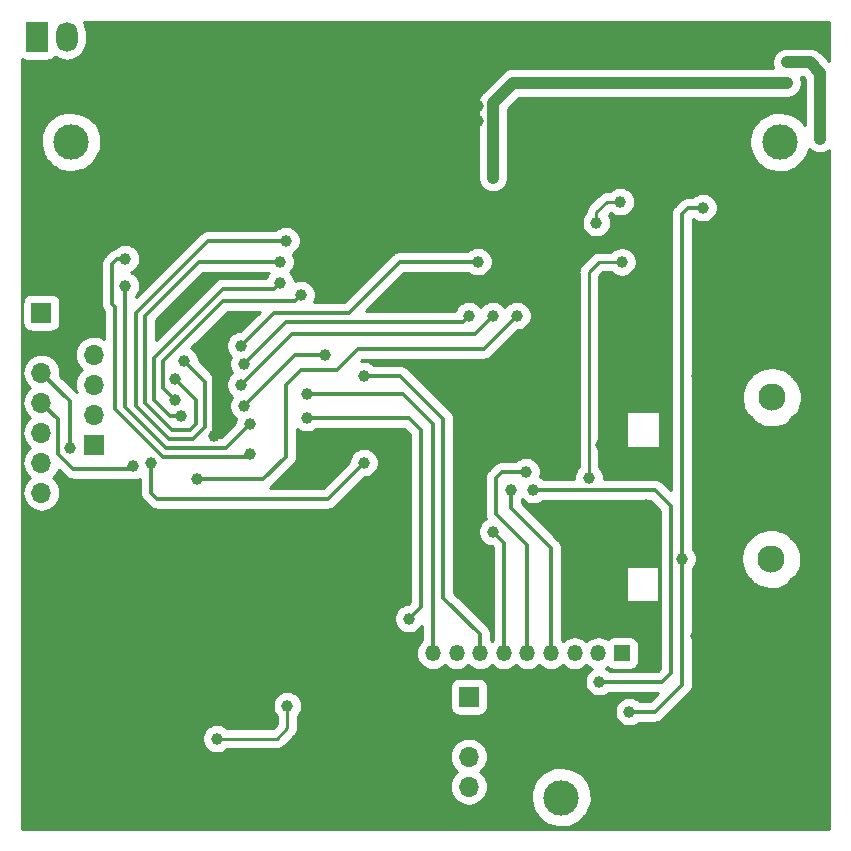
<source format=gbr>
G04 #@! TF.GenerationSoftware,KiCad,Pcbnew,(5.1.2)-2*
G04 #@! TF.CreationDate,2019-10-28T15:07:55+07:00*
G04 #@! TF.ProjectId,ph_shield_sim7000_pm2_hw,70685f73-6869-4656-9c64-5f73696d3730,rev?*
G04 #@! TF.SameCoordinates,Original*
G04 #@! TF.FileFunction,Copper,L2,Bot*
G04 #@! TF.FilePolarity,Positive*
%FSLAX46Y46*%
G04 Gerber Fmt 4.6, Leading zero omitted, Abs format (unit mm)*
G04 Created by KiCad (PCBNEW (5.1.2)-2) date 2019-10-28 15:07:55*
%MOMM*%
%LPD*%
G04 APERTURE LIST*
%ADD10C,3.000000*%
%ADD11C,2.300000*%
%ADD12C,2.500000*%
%ADD13O,1.700000X1.700000*%
%ADD14R,1.700000X1.700000*%
%ADD15O,0.750000X0.750000*%
%ADD16R,1.350000X1.350000*%
%ADD17O,1.350000X1.350000*%
%ADD18R,1.824000X2.524000*%
%ADD19O,1.824000X2.524000*%
%ADD20C,1.000000*%
%ADD21C,0.800000*%
%ADD22C,0.350000*%
%ADD23C,1.000000*%
%ADD24C,0.250000*%
%ADD25C,0.254000*%
G04 APERTURE END LIST*
D10*
X105000000Y-61000000D03*
X165000000Y-61000000D03*
X146500000Y-116500000D03*
D11*
X164338000Y-82613500D03*
D12*
X166878000Y-80073500D03*
X161798000Y-80073500D03*
X161798000Y-85153500D03*
X166878000Y-85153500D03*
X166814500Y-98806000D03*
X161734500Y-98806000D03*
X161734500Y-93726000D03*
X166814500Y-93726000D03*
D11*
X164274500Y-96266000D03*
D13*
X106934000Y-78994000D03*
X106934000Y-81534000D03*
X106934000Y-84074000D03*
D14*
X106934000Y-86614000D03*
D15*
X103886000Y-66675000D03*
X103886000Y-70775000D03*
D13*
X138684000Y-115570000D03*
X138684000Y-113030000D03*
X138684000Y-110490000D03*
D14*
X138684000Y-107950000D03*
D16*
X151638000Y-104267000D03*
D17*
X149638000Y-104267000D03*
X147638000Y-104267000D03*
X145638000Y-104267000D03*
X143638000Y-104267000D03*
X141638000Y-104267000D03*
X139638000Y-104267000D03*
X137638000Y-104267000D03*
X135638000Y-104267000D03*
X133638000Y-104267000D03*
D13*
X102489000Y-90678000D03*
X102489000Y-88138000D03*
X102489000Y-85598000D03*
X102489000Y-83058000D03*
X102489000Y-80518000D03*
X102489000Y-77978000D03*
D14*
X102489000Y-75438000D03*
D18*
X102108000Y-52070000D03*
D19*
X104648000Y-52070000D03*
X107188000Y-52070000D03*
X109728000Y-52070000D03*
D20*
X129793998Y-80772000D03*
X111760000Y-88138000D03*
X129794000Y-88138000D03*
X115697000Y-89555000D03*
X142748000Y-75692000D03*
X126492000Y-78994000D03*
X119633996Y-83312000D03*
X168402000Y-60706000D03*
X165608000Y-54243000D03*
X165608000Y-55993000D03*
X140715994Y-64008000D03*
X148844000Y-89408000D03*
X151638000Y-71140000D03*
X149479000Y-67818000D03*
X151511000Y-66040000D03*
X156718000Y-96266000D03*
X152273000Y-109220000D03*
X158496000Y-66548000D03*
X144145000Y-90424000D03*
X149733000Y-106680000D03*
X109601000Y-73152000D03*
X120142000Y-84836000D03*
X109601000Y-70866000D03*
X120142000Y-87376000D03*
X104902000Y-86868000D03*
X110236000Y-88392000D03*
X142240000Y-90423994D03*
X143510000Y-88900000D03*
X140716000Y-93980000D03*
X133604000Y-101346000D03*
X124968000Y-84328000D03*
X124967998Y-82296000D03*
X117348000Y-111506000D03*
X123317000Y-108712000D03*
X122682000Y-72898000D03*
X114300000Y-84201000D03*
X124460000Y-73913990D03*
X113792000Y-82804000D03*
X122682000Y-71120000D03*
X113792000Y-81026000D03*
X123190000Y-69342000D03*
X114554000Y-79502000D03*
X119380000Y-81534000D03*
X140716000Y-75692000D03*
X119634000Y-79756000D03*
X138684000Y-75692000D03*
X119380000Y-78232000D03*
X139446000Y-71120000D03*
X118618000Y-105791000D03*
X147447000Y-108966000D03*
X119253000Y-75946000D03*
X112649000Y-76454000D03*
X139446000Y-54102000D03*
X139446000Y-52832000D03*
X139446000Y-51562000D03*
X138176000Y-52832000D03*
X139446000Y-55372000D03*
X138176000Y-55372000D03*
X139446000Y-56642000D03*
X138176000Y-56642000D03*
X138176000Y-57912000D03*
X139446000Y-57912000D03*
X139446000Y-59182000D03*
X138176000Y-59182000D03*
X138176000Y-54102000D03*
X138176000Y-51562000D03*
X136906000Y-54102000D03*
X136906000Y-52832000D03*
X136906000Y-51562000D03*
X135636000Y-52832000D03*
X136906000Y-55372000D03*
X135636000Y-55372000D03*
X136906000Y-56642000D03*
X135636000Y-56642000D03*
X135636000Y-57912000D03*
X136906000Y-57912000D03*
X136906000Y-59182000D03*
X135636000Y-59182000D03*
X135636000Y-54102000D03*
X135636000Y-51562000D03*
X134366000Y-54102000D03*
X134366000Y-52832000D03*
X134366000Y-51562000D03*
X133096000Y-52832000D03*
X134366000Y-55372000D03*
X133096000Y-55372000D03*
X134366000Y-56642000D03*
X133096000Y-56642000D03*
X133096000Y-57912000D03*
X134366000Y-57912000D03*
X134366000Y-59182000D03*
X133096000Y-59182000D03*
X133096000Y-54102000D03*
X133096000Y-51562000D03*
X131826000Y-59182000D03*
X130556000Y-59182000D03*
X131826000Y-57912000D03*
X130556000Y-57912000D03*
X131826000Y-56642000D03*
X130556000Y-56642000D03*
X131826000Y-55372000D03*
X130556000Y-55372000D03*
X131826000Y-54102000D03*
X130556000Y-54102000D03*
X131826000Y-52832000D03*
X130556000Y-52832000D03*
X131826000Y-51562000D03*
X167894000Y-66548000D03*
X112014000Y-70866000D03*
X147193000Y-68072000D03*
X165862000Y-57912000D03*
X168402000Y-52324000D03*
X150114000Y-84074000D03*
X149860000Y-86614000D03*
X150876000Y-86614000D03*
X151384000Y-83820000D03*
X150876000Y-96520000D03*
X150876000Y-97536000D03*
X167386000Y-87884000D03*
X164338000Y-87884000D03*
X163449000Y-86995000D03*
X166370000Y-87122000D03*
X160020000Y-80772000D03*
X160782000Y-89154000D03*
X152781000Y-79248000D03*
X152781000Y-80391000D03*
X151765000Y-79883000D03*
X153797000Y-79883000D03*
X144907000Y-82296000D03*
X105664000Y-72771000D03*
X101600000Y-68072000D03*
X101600000Y-69342000D03*
X105537000Y-64643000D03*
X130556000Y-51562000D03*
X116332000Y-72898000D03*
X115570000Y-73660000D03*
X117094000Y-85852000D03*
X119380000Y-93472000D03*
X119380000Y-94996000D03*
X119380000Y-96520000D03*
X119380000Y-98044000D03*
X119380000Y-99568000D03*
X119380000Y-101092000D03*
X119380000Y-102616000D03*
X122428000Y-94996000D03*
X122428000Y-96520000D03*
X122428000Y-98044000D03*
X122428000Y-99568000D03*
X122428000Y-101092000D03*
X126746000Y-99822000D03*
X126746000Y-101092000D03*
X126746000Y-102362000D03*
X131318000Y-99314000D03*
X131318000Y-100584000D03*
X131318000Y-101854000D03*
X101854000Y-103886000D03*
X103632000Y-103886000D03*
X105410000Y-103886000D03*
X107188000Y-103886000D03*
X108966000Y-103886000D03*
X110744000Y-103886000D03*
X112522000Y-103886000D03*
X112522000Y-105410000D03*
X112522000Y-106934000D03*
X112522000Y-108458000D03*
X112522000Y-109982000D03*
X112522000Y-111506000D03*
X112522000Y-113030000D03*
X110998000Y-114046000D03*
X109220000Y-114046000D03*
X107442000Y-114046000D03*
X105664000Y-114046000D03*
X103886000Y-114046000D03*
X102108000Y-114046000D03*
X168402000Y-88900000D03*
X168402000Y-90170000D03*
X168402000Y-91440000D03*
X152400000Y-88392000D03*
X153670000Y-88392000D03*
X154940000Y-88392000D03*
X154940000Y-82296000D03*
X153670000Y-82296000D03*
X152400000Y-82296000D03*
X151130000Y-82296000D03*
X151130000Y-88392000D03*
X153670000Y-95504000D03*
X153670000Y-94234000D03*
X153670000Y-92964000D03*
X153670000Y-91694000D03*
X159004000Y-80772000D03*
X157988000Y-80772000D03*
X161290000Y-87884000D03*
X162560000Y-87884000D03*
X160528000Y-86868000D03*
X160380000Y-101600000D03*
X159300000Y-102850000D03*
X157950000Y-102850000D03*
X161544000Y-101092000D03*
X162814000Y-101092000D03*
X164084000Y-101092000D03*
X165354000Y-101092000D03*
X166624000Y-101092000D03*
X167894000Y-101092000D03*
X139700000Y-80264000D03*
X139700000Y-81534000D03*
X139700000Y-82804000D03*
X139700000Y-84074000D03*
X139700000Y-85344000D03*
X139700000Y-86614000D03*
X139700000Y-87884000D03*
X110236000Y-93980000D03*
D21*
X104394000Y-93218000D03*
X104394000Y-94234000D03*
X105156000Y-93726000D03*
D22*
X130501104Y-80772000D02*
X129793998Y-80772000D01*
X132842000Y-80772000D02*
X130501104Y-80772000D01*
X136525000Y-84455000D02*
X132842000Y-80772000D01*
X136525000Y-99568000D02*
X136525000Y-84455000D01*
X139638000Y-104267000D02*
X139638000Y-102681000D01*
X139638000Y-102681000D02*
X136525000Y-99568000D01*
X111760000Y-88138000D02*
X111760000Y-90678000D01*
X111760000Y-90678000D02*
X112268000Y-91186000D01*
X112268000Y-91186000D02*
X126746000Y-91186000D01*
X126746000Y-91186000D02*
X129794000Y-88138000D01*
X129794000Y-88138000D02*
X129794000Y-88138000D01*
X142748000Y-75692000D02*
X142748000Y-75692000D01*
X129286000Y-78486000D02*
X139954000Y-78486000D01*
X121265000Y-89555000D02*
X123190000Y-87630000D01*
X115697000Y-89555000D02*
X121265000Y-89555000D01*
X123190000Y-87630000D02*
X123190000Y-81534000D01*
X123190000Y-81534000D02*
X124460000Y-80264000D01*
X124460000Y-80264000D02*
X127508000Y-80264000D01*
X139954000Y-78486000D02*
X142748000Y-75692000D01*
X127508000Y-80264000D02*
X129286000Y-78486000D01*
X126492000Y-78994000D02*
X126492000Y-78994000D01*
X126492000Y-78994000D02*
X123951996Y-78994000D01*
X120133995Y-82812001D02*
X119633996Y-83312000D01*
X123951996Y-78994000D02*
X120133995Y-82812001D01*
D23*
X168402000Y-60706000D02*
X168402000Y-55118000D01*
X167527000Y-54243000D02*
X165608000Y-54243000D01*
X168402000Y-55118000D02*
X167527000Y-54243000D01*
X140716000Y-64008000D02*
X140715994Y-64008000D01*
X140716000Y-57658000D02*
X140716000Y-64008000D01*
X165608000Y-55993000D02*
X142381000Y-55993000D01*
X142381000Y-55993000D02*
X140716000Y-57658000D01*
D24*
X151638000Y-71140000D02*
X149713000Y-71140000D01*
X149713000Y-71140000D02*
X148844000Y-72009000D01*
X148844000Y-89408000D02*
X148844000Y-72009000D01*
X150368000Y-66040000D02*
X151511000Y-66040000D01*
X149479000Y-67818000D02*
X149479000Y-66929000D01*
X149479000Y-66929000D02*
X150368000Y-66040000D01*
D22*
X154432000Y-109220000D02*
X152273000Y-109220000D01*
X156718000Y-96266000D02*
X156718000Y-106934000D01*
X156718000Y-106934000D02*
X154432000Y-109220000D01*
X156718000Y-96266000D02*
X156718000Y-67056000D01*
X156718000Y-67056000D02*
X157226000Y-66548000D01*
X157226000Y-66548000D02*
X158496000Y-66548000D01*
X158496000Y-66548000D02*
X158496000Y-66548000D01*
X149733000Y-106680000D02*
X149733000Y-106680000D01*
X155067000Y-106680000D02*
X149733000Y-106680000D01*
X155829000Y-105918000D02*
X155067000Y-106680000D01*
X155829000Y-91821000D02*
X155829000Y-105918000D01*
X144145000Y-90424000D02*
X154432000Y-90424000D01*
X154432000Y-90424000D02*
X155829000Y-91821000D01*
X109601000Y-73152000D02*
X109601000Y-83439000D01*
X109601000Y-83439000D02*
X113030000Y-86868000D01*
X113030000Y-86868000D02*
X118110000Y-86868000D01*
X118110000Y-86868000D02*
X120142000Y-84836000D01*
X120142000Y-84836000D02*
X120142000Y-84836000D01*
X120142000Y-87376000D02*
X120142000Y-87376000D01*
X108712000Y-83566000D02*
X112776000Y-87630000D01*
X108712000Y-74930000D02*
X108712000Y-83566000D01*
X108458000Y-74676000D02*
X108712000Y-74930000D01*
X108458000Y-71301894D02*
X108458000Y-74676000D01*
X109601000Y-70866000D02*
X108893894Y-70866000D01*
X108893894Y-70866000D02*
X108458000Y-71301894D01*
X112776000Y-87630000D02*
X119888000Y-87630000D01*
X119888000Y-87630000D02*
X120142000Y-87376000D01*
X104902000Y-82931000D02*
X102489000Y-80518000D01*
X104902000Y-86868000D02*
X104902000Y-82931000D01*
X109982000Y-88646000D02*
X110236000Y-88392000D01*
X105156000Y-88646000D02*
X109982000Y-88646000D01*
X103886000Y-87376000D02*
X105156000Y-88646000D01*
X102489000Y-83058000D02*
X103886000Y-84455000D01*
X103886000Y-84455000D02*
X103886000Y-87376000D01*
X142240000Y-91948000D02*
X142240000Y-90423994D01*
X145638000Y-104267000D02*
X145638000Y-95346000D01*
X145638000Y-95346000D02*
X142240000Y-91948000D01*
X141478000Y-88900000D02*
X143510000Y-88900000D01*
X140970000Y-89408000D02*
X141478000Y-88900000D01*
X140970000Y-92456000D02*
X140970000Y-89408000D01*
X143638000Y-104267000D02*
X143638000Y-95124000D01*
X143638000Y-95124000D02*
X140970000Y-92456000D01*
X141638000Y-104267000D02*
X141638000Y-94902000D01*
X141638000Y-94902000D02*
X140716000Y-93980000D01*
X140716000Y-93980000D02*
X140716000Y-93980000D01*
X133604000Y-101346000D02*
X133604000Y-101346000D01*
X124968000Y-84328000D02*
X124968000Y-84328000D01*
X133604000Y-84328000D02*
X124968000Y-84328000D01*
X134620000Y-85344000D02*
X133604000Y-84328000D01*
X133604000Y-101346000D02*
X134620000Y-100330000D01*
X134620000Y-100330000D02*
X134620000Y-85344000D01*
X135638000Y-104267000D02*
X135638000Y-84863002D01*
X133070998Y-82296000D02*
X125675104Y-82296000D01*
X125675104Y-82296000D02*
X124967998Y-82296000D01*
X135638000Y-84863002D02*
X133070998Y-82296000D01*
D24*
X117348000Y-111506000D02*
X122428000Y-111506000D01*
X122428000Y-111506000D02*
X123317000Y-110617000D01*
X123317000Y-110617000D02*
X123317000Y-108712000D01*
X123317000Y-108712000D02*
X123317000Y-108712000D01*
D22*
X114300000Y-84201000D02*
X114300000Y-84201000D01*
X113411000Y-84201000D02*
X114300000Y-84201000D01*
X112014000Y-82804000D02*
X113411000Y-84201000D01*
X112014000Y-79248000D02*
X112014000Y-82804000D01*
X117864001Y-73397999D02*
X112014000Y-79248000D01*
X122682000Y-72898000D02*
X122182001Y-73397999D01*
X122182001Y-73397999D02*
X117864001Y-73397999D01*
X113792000Y-82804000D02*
X113792000Y-82804000D01*
X123960001Y-74413989D02*
X124460000Y-73913990D01*
X117864011Y-74413989D02*
X123960001Y-74413989D01*
X112776000Y-79502000D02*
X117864011Y-74413989D01*
X113792000Y-82804000D02*
X112776000Y-81788000D01*
X112776000Y-81788000D02*
X112776000Y-79502000D01*
X113792000Y-81026000D02*
X113792000Y-81026000D01*
X115824000Y-71120000D02*
X111252000Y-75692000D01*
X115570000Y-84836000D02*
X115570000Y-82804000D01*
X122682000Y-71120000D02*
X115824000Y-71120000D01*
X111252000Y-75692000D02*
X111252000Y-83058000D01*
X111252000Y-83058000D02*
X113538000Y-85344000D01*
X113538000Y-85344000D02*
X115062000Y-85344000D01*
X115570000Y-82804000D02*
X113792000Y-81026000D01*
X115062000Y-85344000D02*
X115570000Y-84836000D01*
X116332000Y-85090000D02*
X116332000Y-83566000D01*
X123190000Y-69342000D02*
X116586000Y-69342000D01*
X110490000Y-75438000D02*
X110490000Y-83312000D01*
X110490000Y-83312000D02*
X113284000Y-86106000D01*
X113284000Y-86106000D02*
X115316000Y-86106000D01*
X116586000Y-69342000D02*
X110490000Y-75438000D01*
X115316000Y-86106000D02*
X116332000Y-85090000D01*
X116332000Y-83566000D02*
X116332000Y-81280000D01*
X116332000Y-81280000D02*
X114554000Y-79502000D01*
X114554000Y-79502000D02*
X114554000Y-79502000D01*
X119380000Y-81534000D02*
X123698000Y-77216000D01*
X123698000Y-77216000D02*
X139192000Y-77216000D01*
X139192000Y-77216000D02*
X140716000Y-75692000D01*
X140716000Y-75692000D02*
X140716000Y-75692000D01*
X138684000Y-75692000D02*
X138684000Y-75692000D01*
X138176000Y-76200000D02*
X138684000Y-75692000D01*
X119634000Y-79756000D02*
X123190000Y-76200000D01*
X123190000Y-76200000D02*
X138176000Y-76200000D01*
X139446000Y-71120000D02*
X139446000Y-71120000D01*
X132842000Y-71120000D02*
X139446000Y-71120000D01*
X128524000Y-75438000D02*
X132842000Y-71120000D01*
X119380000Y-78232000D02*
X122174000Y-75438000D01*
X122174000Y-75438000D02*
X128524000Y-75438000D01*
X117094000Y-85144894D02*
X117094000Y-85852000D01*
X117094000Y-76962000D02*
X117094000Y-85144894D01*
X119253000Y-75946000D02*
X118110000Y-75946000D01*
X118110000Y-75946000D02*
X117094000Y-76962000D01*
D25*
G36*
X169173001Y-54118406D02*
G01*
X168455787Y-53401192D01*
X168416581Y-53353419D01*
X168225939Y-53196964D01*
X168008438Y-53080707D01*
X167772435Y-53009116D01*
X167588498Y-52991000D01*
X167588496Y-52991000D01*
X167527000Y-52984943D01*
X167465504Y-52991000D01*
X165484689Y-52991000D01*
X165424066Y-53003059D01*
X165362565Y-53009116D01*
X165303426Y-53027056D01*
X165242805Y-53039114D01*
X165185700Y-53062768D01*
X165126562Y-53080707D01*
X165072062Y-53109838D01*
X165014956Y-53133492D01*
X164963559Y-53167834D01*
X164909061Y-53196964D01*
X164861294Y-53236165D01*
X164809896Y-53270508D01*
X164766187Y-53314217D01*
X164718419Y-53353419D01*
X164679217Y-53401187D01*
X164635508Y-53444896D01*
X164601165Y-53496294D01*
X164561964Y-53544061D01*
X164532834Y-53598559D01*
X164498492Y-53649956D01*
X164474838Y-53707062D01*
X164445707Y-53761562D01*
X164427768Y-53820700D01*
X164404114Y-53877805D01*
X164392056Y-53938426D01*
X164374116Y-53997565D01*
X164368059Y-54059066D01*
X164356000Y-54119689D01*
X164356000Y-54181502D01*
X164349943Y-54243000D01*
X164356000Y-54304498D01*
X164356000Y-54366311D01*
X164368059Y-54426934D01*
X164374116Y-54488435D01*
X164392056Y-54547574D01*
X164404114Y-54608195D01*
X164427768Y-54665300D01*
X164445707Y-54724438D01*
X164454560Y-54741000D01*
X142442496Y-54741000D01*
X142381000Y-54734943D01*
X142319504Y-54741000D01*
X142319502Y-54741000D01*
X142135565Y-54759116D01*
X141899562Y-54830707D01*
X141682061Y-54946964D01*
X141491419Y-55103419D01*
X141452213Y-55151192D01*
X139874192Y-56729213D01*
X139826419Y-56768419D01*
X139669964Y-56959062D01*
X139553707Y-57176563D01*
X139482116Y-57412566D01*
X139464000Y-57596502D01*
X139457943Y-57658000D01*
X139464000Y-57719496D01*
X139464001Y-63884654D01*
X139463994Y-63884689D01*
X139463994Y-63946502D01*
X139457937Y-64008000D01*
X139463994Y-64069498D01*
X139463994Y-64131311D01*
X139476053Y-64191934D01*
X139482110Y-64253435D01*
X139500050Y-64312574D01*
X139512108Y-64373195D01*
X139535762Y-64430300D01*
X139553701Y-64489438D01*
X139582832Y-64543938D01*
X139606486Y-64601044D01*
X139640828Y-64652441D01*
X139669958Y-64706939D01*
X139709159Y-64754706D01*
X139743502Y-64806104D01*
X139787211Y-64849813D01*
X139826413Y-64897581D01*
X139874181Y-64936783D01*
X139917890Y-64980492D01*
X139969288Y-65014835D01*
X140017055Y-65054036D01*
X140071553Y-65083166D01*
X140122950Y-65117508D01*
X140180056Y-65141162D01*
X140234556Y-65170293D01*
X140293694Y-65188232D01*
X140350799Y-65211886D01*
X140411420Y-65223944D01*
X140470559Y-65241884D01*
X140532060Y-65247941D01*
X140592683Y-65260000D01*
X140654502Y-65260000D01*
X140716000Y-65266057D01*
X140777498Y-65260000D01*
X140839305Y-65260000D01*
X140899922Y-65247942D01*
X140961435Y-65241884D01*
X141020585Y-65223941D01*
X141081189Y-65211886D01*
X141138277Y-65188239D01*
X141197438Y-65170293D01*
X141251959Y-65141151D01*
X141309038Y-65117508D01*
X141360411Y-65083182D01*
X141414939Y-65054036D01*
X141462732Y-65014813D01*
X141514098Y-64980492D01*
X141557780Y-64936810D01*
X141605581Y-64897581D01*
X141644810Y-64849780D01*
X141688486Y-64806104D01*
X141722803Y-64754745D01*
X141762036Y-64706939D01*
X141791190Y-64652396D01*
X141825502Y-64601044D01*
X141849135Y-64543988D01*
X141878293Y-64489438D01*
X141896249Y-64430246D01*
X141919880Y-64373195D01*
X141931927Y-64312631D01*
X141949884Y-64253435D01*
X141955947Y-64191874D01*
X141967994Y-64131311D01*
X141967994Y-64069559D01*
X141974057Y-64008000D01*
X141968000Y-63946502D01*
X141968000Y-58176595D01*
X142899595Y-57245000D01*
X165731311Y-57245000D01*
X165791934Y-57232941D01*
X165853435Y-57226884D01*
X165912574Y-57208944D01*
X165973195Y-57196886D01*
X166030300Y-57173232D01*
X166089438Y-57155293D01*
X166143938Y-57126162D01*
X166201044Y-57102508D01*
X166252441Y-57068166D01*
X166306939Y-57039036D01*
X166354706Y-56999835D01*
X166406104Y-56965492D01*
X166449813Y-56921783D01*
X166497581Y-56882581D01*
X166536784Y-56834812D01*
X166580492Y-56791104D01*
X166614835Y-56739706D01*
X166654036Y-56691939D01*
X166683166Y-56637441D01*
X166717508Y-56586044D01*
X166741162Y-56528938D01*
X166770293Y-56474438D01*
X166788232Y-56415300D01*
X166811886Y-56358195D01*
X166823944Y-56297574D01*
X166841884Y-56238435D01*
X166847941Y-56176934D01*
X166860000Y-56116311D01*
X166860000Y-56054498D01*
X166866057Y-55993000D01*
X166860000Y-55931502D01*
X166860000Y-55869689D01*
X166847941Y-55809066D01*
X166841884Y-55747565D01*
X166823944Y-55688426D01*
X166811886Y-55627805D01*
X166788232Y-55570700D01*
X166770293Y-55511562D01*
X166761440Y-55495000D01*
X167008405Y-55495000D01*
X167150001Y-55636596D01*
X167150000Y-59561748D01*
X166994314Y-59337560D01*
X166973272Y-59314111D01*
X166593272Y-58984111D01*
X166573535Y-58970035D01*
X166123535Y-58710035D01*
X166100161Y-58699517D01*
X165620161Y-58539517D01*
X165596943Y-58534135D01*
X165076943Y-58464135D01*
X165054924Y-58463101D01*
X164554924Y-58483101D01*
X164533161Y-58485868D01*
X164163161Y-58565868D01*
X164142833Y-58572083D01*
X163892833Y-58672083D01*
X163881752Y-58677145D01*
X163571752Y-58837145D01*
X163555643Y-58847044D01*
X163375643Y-58977044D01*
X163366665Y-58984165D01*
X163136665Y-59184165D01*
X163127349Y-59193139D01*
X162977349Y-59353139D01*
X162967587Y-59364897D01*
X162747587Y-59664897D01*
X162732339Y-59692200D01*
X162602339Y-60012200D01*
X162598843Y-60021922D01*
X162488843Y-60371922D01*
X162483890Y-60394987D01*
X162433890Y-60814987D01*
X162433000Y-60830000D01*
X162433000Y-61210000D01*
X162435214Y-61233608D01*
X162505214Y-61603608D01*
X162508543Y-61617112D01*
X162618543Y-61977112D01*
X162627145Y-61998248D01*
X162787145Y-62308248D01*
X162795958Y-62322830D01*
X163005958Y-62622830D01*
X163018519Y-62638092D01*
X163278519Y-62908092D01*
X163291083Y-62919504D01*
X163581083Y-63149504D01*
X163598934Y-63161355D01*
X163908934Y-63331355D01*
X163933809Y-63341734D01*
X164303809Y-63451734D01*
X164318108Y-63455099D01*
X164718108Y-63525099D01*
X164736826Y-63526960D01*
X165136826Y-63536960D01*
X165154025Y-63536223D01*
X165514025Y-63496223D01*
X165532498Y-63492772D01*
X165872498Y-63402772D01*
X165890496Y-63396530D01*
X166190496Y-63266530D01*
X166209501Y-63256295D01*
X166469501Y-63086295D01*
X166483900Y-63075341D01*
X166733900Y-62855341D01*
X166743619Y-62845817D01*
X166963619Y-62605817D01*
X166972130Y-62595488D01*
X167142130Y-62365488D01*
X167152804Y-62348347D01*
X167302804Y-62058347D01*
X167306999Y-62049399D01*
X167496999Y-61599399D01*
X167501665Y-61582477D01*
X167512419Y-61595581D01*
X167560187Y-61634783D01*
X167603896Y-61678492D01*
X167655294Y-61712835D01*
X167703061Y-61752036D01*
X167757559Y-61781166D01*
X167808956Y-61815508D01*
X167866062Y-61839162D01*
X167920562Y-61868293D01*
X167979700Y-61886232D01*
X168036805Y-61909886D01*
X168097426Y-61921944D01*
X168156565Y-61939884D01*
X168218066Y-61945941D01*
X168278689Y-61958000D01*
X168340502Y-61958000D01*
X168402000Y-61964057D01*
X168463498Y-61958000D01*
X168525311Y-61958000D01*
X168585935Y-61945941D01*
X168647434Y-61939884D01*
X168706571Y-61921945D01*
X168767195Y-61909886D01*
X168824303Y-61886231D01*
X168883437Y-61868293D01*
X168937934Y-61839164D01*
X168995044Y-61815508D01*
X169046445Y-61781163D01*
X169100938Y-61752036D01*
X169148702Y-61712838D01*
X169173001Y-61696602D01*
X169173000Y-119173000D01*
X100827000Y-119173000D01*
X100827000Y-113030000D01*
X137074249Y-113030000D01*
X137105180Y-113344047D01*
X137196784Y-113646025D01*
X137345541Y-113924330D01*
X137545734Y-114168266D01*
X137706252Y-114300000D01*
X137545734Y-114431734D01*
X137345541Y-114675670D01*
X137196784Y-114953975D01*
X137105180Y-115255953D01*
X137074249Y-115570000D01*
X137105180Y-115884047D01*
X137196784Y-116186025D01*
X137345541Y-116464330D01*
X137545734Y-116708266D01*
X137789670Y-116908459D01*
X138067975Y-117057216D01*
X138369953Y-117148820D01*
X138605303Y-117172000D01*
X138762697Y-117172000D01*
X138998047Y-117148820D01*
X139300025Y-117057216D01*
X139578330Y-116908459D01*
X139822266Y-116708266D01*
X140022459Y-116464330D01*
X140115640Y-116290000D01*
X143933000Y-116290000D01*
X143933000Y-116670000D01*
X143935214Y-116693608D01*
X144005214Y-117063608D01*
X144008543Y-117077112D01*
X144118543Y-117437112D01*
X144127145Y-117458248D01*
X144287145Y-117768248D01*
X144295958Y-117782830D01*
X144505958Y-118082830D01*
X144518519Y-118098092D01*
X144778519Y-118368092D01*
X144791083Y-118379504D01*
X145081083Y-118609504D01*
X145098934Y-118621355D01*
X145408934Y-118791355D01*
X145433809Y-118801734D01*
X145803809Y-118911734D01*
X145818108Y-118915099D01*
X146218108Y-118985099D01*
X146236826Y-118986960D01*
X146636826Y-118996960D01*
X146654025Y-118996223D01*
X147014025Y-118956223D01*
X147032498Y-118952772D01*
X147372498Y-118862772D01*
X147390496Y-118856530D01*
X147690496Y-118726530D01*
X147709501Y-118716295D01*
X147969501Y-118546295D01*
X147983900Y-118535341D01*
X148233900Y-118315341D01*
X148243619Y-118305817D01*
X148463619Y-118065817D01*
X148472130Y-118055488D01*
X148642130Y-117825488D01*
X148652804Y-117808347D01*
X148802804Y-117518347D01*
X148806999Y-117509399D01*
X148996999Y-117059399D01*
X149005781Y-117027551D01*
X149065781Y-116597551D01*
X149066894Y-116574821D01*
X149046894Y-116084821D01*
X149043518Y-116060463D01*
X148933518Y-115600463D01*
X148926882Y-115580325D01*
X148756882Y-115180325D01*
X148744314Y-115157560D01*
X148494314Y-114797560D01*
X148473272Y-114774111D01*
X148093272Y-114444111D01*
X148073535Y-114430035D01*
X147623535Y-114170035D01*
X147600161Y-114159517D01*
X147120161Y-113999517D01*
X147096943Y-113994135D01*
X146576943Y-113924135D01*
X146554924Y-113923101D01*
X146054924Y-113943101D01*
X146033161Y-113945868D01*
X145663161Y-114025868D01*
X145642833Y-114032083D01*
X145392833Y-114132083D01*
X145381752Y-114137145D01*
X145071752Y-114297145D01*
X145055643Y-114307044D01*
X144875643Y-114437044D01*
X144866665Y-114444165D01*
X144636665Y-114644165D01*
X144627349Y-114653139D01*
X144477349Y-114813139D01*
X144467587Y-114824897D01*
X144247587Y-115124897D01*
X144232339Y-115152200D01*
X144102339Y-115472200D01*
X144098843Y-115481922D01*
X143988843Y-115831922D01*
X143983890Y-115854987D01*
X143933890Y-116274987D01*
X143933000Y-116290000D01*
X140115640Y-116290000D01*
X140171216Y-116186025D01*
X140262820Y-115884047D01*
X140293751Y-115570000D01*
X140262820Y-115255953D01*
X140171216Y-114953975D01*
X140022459Y-114675670D01*
X139822266Y-114431734D01*
X139661748Y-114300000D01*
X139822266Y-114168266D01*
X140022459Y-113924330D01*
X140171216Y-113646025D01*
X140262820Y-113344047D01*
X140293751Y-113030000D01*
X140262820Y-112715953D01*
X140171216Y-112413975D01*
X140022459Y-112135670D01*
X139822266Y-111891734D01*
X139578330Y-111691541D01*
X139300025Y-111542784D01*
X138998047Y-111451180D01*
X138762697Y-111428000D01*
X138605303Y-111428000D01*
X138369953Y-111451180D01*
X138067975Y-111542784D01*
X137789670Y-111691541D01*
X137545734Y-111891734D01*
X137345541Y-112135670D01*
X137196784Y-112413975D01*
X137105180Y-112715953D01*
X137074249Y-113030000D01*
X100827000Y-113030000D01*
X100827000Y-111382689D01*
X116096000Y-111382689D01*
X116096000Y-111629311D01*
X116144114Y-111871195D01*
X116238492Y-112099044D01*
X116375508Y-112304104D01*
X116549896Y-112478492D01*
X116754956Y-112615508D01*
X116982805Y-112709886D01*
X117224689Y-112758000D01*
X117471311Y-112758000D01*
X117713195Y-112709886D01*
X117941044Y-112615508D01*
X118146104Y-112478492D01*
X118241596Y-112383000D01*
X122384921Y-112383000D01*
X122428000Y-112387243D01*
X122471079Y-112383000D01*
X122599922Y-112370310D01*
X122765237Y-112320162D01*
X122917592Y-112238727D01*
X123051133Y-112129133D01*
X123078596Y-112095669D01*
X123906675Y-111267591D01*
X123940133Y-111240133D01*
X124049727Y-111106592D01*
X124131162Y-110954237D01*
X124181310Y-110788922D01*
X124194000Y-110660079D01*
X124194000Y-110660078D01*
X124198243Y-110617000D01*
X124194000Y-110573921D01*
X124194000Y-109605596D01*
X124289492Y-109510104D01*
X124426508Y-109305044D01*
X124520886Y-109077195D01*
X124569000Y-108835311D01*
X124569000Y-108588689D01*
X124520886Y-108346805D01*
X124426508Y-108118956D01*
X124289492Y-107913896D01*
X124115104Y-107739508D01*
X123910044Y-107602492D01*
X123682195Y-107508114D01*
X123440311Y-107460000D01*
X123193689Y-107460000D01*
X122951805Y-107508114D01*
X122723956Y-107602492D01*
X122518896Y-107739508D01*
X122344508Y-107913896D01*
X122207492Y-108118956D01*
X122113114Y-108346805D01*
X122065000Y-108588689D01*
X122065000Y-108835311D01*
X122113114Y-109077195D01*
X122207492Y-109305044D01*
X122344508Y-109510104D01*
X122440001Y-109605597D01*
X122440000Y-110253734D01*
X122064735Y-110629000D01*
X118241596Y-110629000D01*
X118146104Y-110533508D01*
X117941044Y-110396492D01*
X117713195Y-110302114D01*
X117471311Y-110254000D01*
X117224689Y-110254000D01*
X116982805Y-110302114D01*
X116754956Y-110396492D01*
X116549896Y-110533508D01*
X116375508Y-110707896D01*
X116238492Y-110912956D01*
X116144114Y-111140805D01*
X116096000Y-111382689D01*
X100827000Y-111382689D01*
X100827000Y-107100000D01*
X137078362Y-107100000D01*
X137078362Y-108800000D01*
X137092881Y-108947418D01*
X137135882Y-109089170D01*
X137205710Y-109219810D01*
X137299683Y-109334317D01*
X137414190Y-109428290D01*
X137544830Y-109498118D01*
X137686582Y-109541119D01*
X137834000Y-109555638D01*
X139534000Y-109555638D01*
X139681418Y-109541119D01*
X139823170Y-109498118D01*
X139953810Y-109428290D01*
X140068317Y-109334317D01*
X140162290Y-109219810D01*
X140232118Y-109089170D01*
X140275119Y-108947418D01*
X140289638Y-108800000D01*
X140289638Y-107100000D01*
X140275119Y-106952582D01*
X140232118Y-106810830D01*
X140162290Y-106680190D01*
X140068317Y-106565683D01*
X139953810Y-106471710D01*
X139823170Y-106401882D01*
X139681418Y-106358881D01*
X139534000Y-106344362D01*
X137834000Y-106344362D01*
X137686582Y-106358881D01*
X137544830Y-106401882D01*
X137414190Y-106471710D01*
X137299683Y-106565683D01*
X137205710Y-106680190D01*
X137135882Y-106810830D01*
X137092881Y-106952582D01*
X137078362Y-107100000D01*
X100827000Y-107100000D01*
X100827000Y-80518000D01*
X100879249Y-80518000D01*
X100910180Y-80832047D01*
X101001784Y-81134025D01*
X101150541Y-81412330D01*
X101350734Y-81656266D01*
X101511252Y-81788000D01*
X101350734Y-81919734D01*
X101150541Y-82163670D01*
X101001784Y-82441975D01*
X100910180Y-82743953D01*
X100879249Y-83058000D01*
X100910180Y-83372047D01*
X101001784Y-83674025D01*
X101150541Y-83952330D01*
X101350734Y-84196266D01*
X101511252Y-84328000D01*
X101350734Y-84459734D01*
X101150541Y-84703670D01*
X101001784Y-84981975D01*
X100910180Y-85283953D01*
X100879249Y-85598000D01*
X100910180Y-85912047D01*
X101001784Y-86214025D01*
X101150541Y-86492330D01*
X101350734Y-86736266D01*
X101511252Y-86868000D01*
X101350734Y-86999734D01*
X101150541Y-87243670D01*
X101001784Y-87521975D01*
X100910180Y-87823953D01*
X100879249Y-88138000D01*
X100910180Y-88452047D01*
X101001784Y-88754025D01*
X101150541Y-89032330D01*
X101350734Y-89276266D01*
X101511252Y-89408000D01*
X101350734Y-89539734D01*
X101150541Y-89783670D01*
X101001784Y-90061975D01*
X100910180Y-90363953D01*
X100879249Y-90678000D01*
X100910180Y-90992047D01*
X101001784Y-91294025D01*
X101150541Y-91572330D01*
X101350734Y-91816266D01*
X101594670Y-92016459D01*
X101872975Y-92165216D01*
X102174953Y-92256820D01*
X102410303Y-92280000D01*
X102567697Y-92280000D01*
X102803047Y-92256820D01*
X103105025Y-92165216D01*
X103383330Y-92016459D01*
X103627266Y-91816266D01*
X103827459Y-91572330D01*
X103976216Y-91294025D01*
X104067820Y-90992047D01*
X104098751Y-90678000D01*
X104067820Y-90363953D01*
X103976216Y-90061975D01*
X103827459Y-89783670D01*
X103627266Y-89539734D01*
X103466748Y-89408000D01*
X103627266Y-89276266D01*
X103827459Y-89032330D01*
X103968146Y-88769122D01*
X104468316Y-89269292D01*
X104497341Y-89304659D01*
X104532708Y-89333684D01*
X104532712Y-89333688D01*
X104638494Y-89420501D01*
X104695700Y-89451078D01*
X104799536Y-89506580D01*
X104974276Y-89559587D01*
X105110462Y-89573000D01*
X105110472Y-89573000D01*
X105155999Y-89577484D01*
X105201526Y-89573000D01*
X109815553Y-89573000D01*
X109870805Y-89595886D01*
X110112689Y-89644000D01*
X110359311Y-89644000D01*
X110601195Y-89595886D01*
X110829044Y-89501508D01*
X110833001Y-89498864D01*
X110833001Y-90632463D01*
X110828516Y-90678000D01*
X110833001Y-90723537D01*
X110833001Y-90723538D01*
X110836483Y-90758886D01*
X110846414Y-90859723D01*
X110899420Y-91034463D01*
X110985499Y-91195505D01*
X111072312Y-91301287D01*
X111072317Y-91301292D01*
X111101342Y-91336659D01*
X111136709Y-91365684D01*
X111580312Y-91809287D01*
X111609341Y-91844659D01*
X111750495Y-91960501D01*
X111911536Y-92046580D01*
X112086276Y-92099587D01*
X112222462Y-92113000D01*
X112222474Y-92113000D01*
X112267999Y-92117484D01*
X112313524Y-92113000D01*
X126700473Y-92113000D01*
X126746000Y-92117484D01*
X126791527Y-92113000D01*
X126791538Y-92113000D01*
X126927724Y-92099587D01*
X127102464Y-92046580D01*
X127263505Y-91960501D01*
X127404659Y-91844659D01*
X127433688Y-91809287D01*
X129852976Y-89390000D01*
X129917311Y-89390000D01*
X130159195Y-89341886D01*
X130387044Y-89247508D01*
X130592104Y-89110492D01*
X130766492Y-88936104D01*
X130903508Y-88731044D01*
X130997886Y-88503195D01*
X131046000Y-88261311D01*
X131046000Y-88014689D01*
X130997886Y-87772805D01*
X130903508Y-87544956D01*
X130766492Y-87339896D01*
X130592104Y-87165508D01*
X130387044Y-87028492D01*
X130159195Y-86934114D01*
X129917311Y-86886000D01*
X129670689Y-86886000D01*
X129428805Y-86934114D01*
X129200956Y-87028492D01*
X128995896Y-87165508D01*
X128821508Y-87339896D01*
X128684492Y-87544956D01*
X128590114Y-87772805D01*
X128542000Y-88014689D01*
X128542000Y-88079024D01*
X126362025Y-90259000D01*
X121868411Y-90259000D01*
X121923659Y-90213659D01*
X121952688Y-90178287D01*
X123813293Y-88317683D01*
X123848659Y-88288659D01*
X123877684Y-88253292D01*
X123877688Y-88253288D01*
X123964501Y-88147506D01*
X123994484Y-88091410D01*
X124050580Y-87986464D01*
X124103587Y-87811724D01*
X124117000Y-87675538D01*
X124117000Y-87675528D01*
X124121484Y-87630001D01*
X124117000Y-87584474D01*
X124117000Y-85247596D01*
X124169896Y-85300492D01*
X124374956Y-85437508D01*
X124602805Y-85531886D01*
X124844689Y-85580000D01*
X125091311Y-85580000D01*
X125333195Y-85531886D01*
X125561044Y-85437508D01*
X125766104Y-85300492D01*
X125811596Y-85255000D01*
X133220025Y-85255000D01*
X133693001Y-85727977D01*
X133693000Y-99946024D01*
X133545024Y-100094000D01*
X133480689Y-100094000D01*
X133238805Y-100142114D01*
X133010956Y-100236492D01*
X132805896Y-100373508D01*
X132631508Y-100547896D01*
X132494492Y-100752956D01*
X132400114Y-100980805D01*
X132352000Y-101222689D01*
X132352000Y-101469311D01*
X132400114Y-101711195D01*
X132494492Y-101939044D01*
X132631508Y-102144104D01*
X132805896Y-102318492D01*
X133010956Y-102455508D01*
X133238805Y-102549886D01*
X133480689Y-102598000D01*
X133727311Y-102598000D01*
X133969195Y-102549886D01*
X134197044Y-102455508D01*
X134402104Y-102318492D01*
X134576492Y-102144104D01*
X134711000Y-101942797D01*
X134711000Y-103181741D01*
X134624077Y-103253077D01*
X134445752Y-103470366D01*
X134313245Y-103718269D01*
X134231648Y-103987259D01*
X134204096Y-104267000D01*
X134231648Y-104546741D01*
X134313245Y-104815731D01*
X134445752Y-105063634D01*
X134624077Y-105280923D01*
X134841366Y-105459248D01*
X135089269Y-105591755D01*
X135358259Y-105673352D01*
X135567902Y-105694000D01*
X135708098Y-105694000D01*
X135917741Y-105673352D01*
X136186731Y-105591755D01*
X136434634Y-105459248D01*
X136638000Y-105292349D01*
X136841366Y-105459248D01*
X137089269Y-105591755D01*
X137358259Y-105673352D01*
X137567902Y-105694000D01*
X137708098Y-105694000D01*
X137917741Y-105673352D01*
X138186731Y-105591755D01*
X138434634Y-105459248D01*
X138638000Y-105292349D01*
X138841366Y-105459248D01*
X139089269Y-105591755D01*
X139358259Y-105673352D01*
X139567902Y-105694000D01*
X139708098Y-105694000D01*
X139917741Y-105673352D01*
X140186731Y-105591755D01*
X140434634Y-105459248D01*
X140638000Y-105292349D01*
X140841366Y-105459248D01*
X141089269Y-105591755D01*
X141358259Y-105673352D01*
X141567902Y-105694000D01*
X141708098Y-105694000D01*
X141917741Y-105673352D01*
X142186731Y-105591755D01*
X142434634Y-105459248D01*
X142638000Y-105292349D01*
X142841366Y-105459248D01*
X143089269Y-105591755D01*
X143358259Y-105673352D01*
X143567902Y-105694000D01*
X143708098Y-105694000D01*
X143917741Y-105673352D01*
X144186731Y-105591755D01*
X144434634Y-105459248D01*
X144638000Y-105292349D01*
X144841366Y-105459248D01*
X145089269Y-105591755D01*
X145358259Y-105673352D01*
X145567902Y-105694000D01*
X145708098Y-105694000D01*
X145917741Y-105673352D01*
X146186731Y-105591755D01*
X146434634Y-105459248D01*
X146638000Y-105292349D01*
X146841366Y-105459248D01*
X147089269Y-105591755D01*
X147358259Y-105673352D01*
X147567902Y-105694000D01*
X147708098Y-105694000D01*
X147917741Y-105673352D01*
X148186731Y-105591755D01*
X148434634Y-105459248D01*
X148638000Y-105292349D01*
X148841366Y-105459248D01*
X149089269Y-105591755D01*
X149102243Y-105595691D01*
X148934896Y-105707508D01*
X148760508Y-105881896D01*
X148623492Y-106086956D01*
X148529114Y-106314805D01*
X148481000Y-106556689D01*
X148481000Y-106803311D01*
X148529114Y-107045195D01*
X148623492Y-107273044D01*
X148760508Y-107478104D01*
X148934896Y-107652492D01*
X149139956Y-107789508D01*
X149367805Y-107883886D01*
X149609689Y-107932000D01*
X149856311Y-107932000D01*
X150098195Y-107883886D01*
X150326044Y-107789508D01*
X150531104Y-107652492D01*
X150576596Y-107607000D01*
X154734025Y-107607000D01*
X154048025Y-108293000D01*
X153116596Y-108293000D01*
X153071104Y-108247508D01*
X152866044Y-108110492D01*
X152638195Y-108016114D01*
X152396311Y-107968000D01*
X152149689Y-107968000D01*
X151907805Y-108016114D01*
X151679956Y-108110492D01*
X151474896Y-108247508D01*
X151300508Y-108421896D01*
X151163492Y-108626956D01*
X151069114Y-108854805D01*
X151021000Y-109096689D01*
X151021000Y-109343311D01*
X151069114Y-109585195D01*
X151163492Y-109813044D01*
X151300508Y-110018104D01*
X151474896Y-110192492D01*
X151679956Y-110329508D01*
X151907805Y-110423886D01*
X152149689Y-110472000D01*
X152396311Y-110472000D01*
X152638195Y-110423886D01*
X152866044Y-110329508D01*
X153071104Y-110192492D01*
X153116596Y-110147000D01*
X154386473Y-110147000D01*
X154432000Y-110151484D01*
X154477527Y-110147000D01*
X154477538Y-110147000D01*
X154613724Y-110133587D01*
X154788464Y-110080580D01*
X154949505Y-109994501D01*
X155090659Y-109878659D01*
X155119688Y-109843287D01*
X157341292Y-107621684D01*
X157376659Y-107592659D01*
X157405684Y-107557292D01*
X157405688Y-107557288D01*
X157492501Y-107451506D01*
X157522484Y-107395410D01*
X157578580Y-107290464D01*
X157631587Y-107115724D01*
X157645000Y-106979538D01*
X157645000Y-106979528D01*
X157649484Y-106934001D01*
X157645000Y-106888474D01*
X157645000Y-97109596D01*
X157690492Y-97064104D01*
X157827508Y-96859044D01*
X157921886Y-96631195D01*
X157970000Y-96389311D01*
X157970000Y-96252317D01*
X161743233Y-96252317D01*
X161743233Y-96267683D01*
X161763233Y-96597683D01*
X161764878Y-96611760D01*
X161804878Y-96841760D01*
X161807113Y-96852058D01*
X161867113Y-97082058D01*
X161872456Y-97098086D01*
X161962456Y-97318086D01*
X161966408Y-97326796D01*
X162076408Y-97546796D01*
X162082016Y-97556847D01*
X162212016Y-97766847D01*
X162225602Y-97784959D01*
X162585602Y-98184959D01*
X162602567Y-98200663D01*
X162862567Y-98400663D01*
X162878323Y-98411018D01*
X163148323Y-98561018D01*
X163160516Y-98566963D01*
X163420516Y-98676963D01*
X163432357Y-98681293D01*
X163722357Y-98771293D01*
X163743748Y-98775956D01*
X164053748Y-98815956D01*
X164061552Y-98816719D01*
X164361552Y-98836719D01*
X164384420Y-98836179D01*
X164734420Y-98796179D01*
X164750802Y-98793208D01*
X165030802Y-98723208D01*
X165047167Y-98717917D01*
X165347167Y-98597917D01*
X165358248Y-98592855D01*
X165668248Y-98432855D01*
X165692355Y-98416678D01*
X165962355Y-98186678D01*
X165971058Y-98178529D01*
X166321058Y-97818529D01*
X166337859Y-97797048D01*
X166567859Y-97427048D01*
X166579237Y-97403720D01*
X166689237Y-97103720D01*
X166691644Y-97096493D01*
X166781644Y-96796493D01*
X166786130Y-96774839D01*
X166806014Y-96605825D01*
X166825886Y-96456785D01*
X166827000Y-96440000D01*
X166827000Y-96260000D01*
X166826869Y-96254233D01*
X166816869Y-96034233D01*
X166815405Y-96019935D01*
X166775405Y-95769935D01*
X166771457Y-95752888D01*
X166661457Y-95392888D01*
X166654320Y-95374684D01*
X166504320Y-95064684D01*
X166493065Y-95045793D01*
X166313065Y-94795793D01*
X166305312Y-94786068D01*
X166100361Y-94553327D01*
X166048359Y-94489661D01*
X166043065Y-94483583D01*
X165913065Y-94343583D01*
X165897271Y-94329212D01*
X165747271Y-94214212D01*
X165739679Y-94208822D01*
X165579679Y-94103822D01*
X165566796Y-94096408D01*
X165366796Y-93996408D01*
X165360638Y-93993532D01*
X165130638Y-93893532D01*
X165115409Y-93888036D01*
X164805409Y-93798036D01*
X164786252Y-93794044D01*
X164476252Y-93754044D01*
X164460000Y-93753000D01*
X164150000Y-93753000D01*
X164134718Y-93753923D01*
X163804718Y-93793923D01*
X163784326Y-93798113D01*
X163374326Y-93918113D01*
X163352048Y-93926993D01*
X162962048Y-94126993D01*
X162944219Y-94138087D01*
X162554219Y-94428087D01*
X162535753Y-94444874D01*
X162255753Y-94754874D01*
X162241351Y-94774239D01*
X162011351Y-95154239D01*
X162002504Y-95171796D01*
X161842504Y-95561796D01*
X161835934Y-95582860D01*
X161765934Y-95902860D01*
X161763233Y-95922317D01*
X161743233Y-96252317D01*
X157970000Y-96252317D01*
X157970000Y-96142689D01*
X157921886Y-95900805D01*
X157827508Y-95672956D01*
X157690492Y-95467896D01*
X157645000Y-95422404D01*
X157645000Y-82572317D01*
X161793233Y-82572317D01*
X161793233Y-82587683D01*
X161813233Y-82917683D01*
X161814878Y-82931760D01*
X161854878Y-83161760D01*
X161857113Y-83172058D01*
X161917113Y-83402058D01*
X161922456Y-83418086D01*
X162012456Y-83638086D01*
X162016408Y-83646796D01*
X162126408Y-83866796D01*
X162132016Y-83876847D01*
X162262016Y-84086847D01*
X162275602Y-84104959D01*
X162635602Y-84504959D01*
X162652567Y-84520663D01*
X162912567Y-84720663D01*
X162928323Y-84731018D01*
X163198323Y-84881018D01*
X163210516Y-84886963D01*
X163470516Y-84996963D01*
X163482357Y-85001293D01*
X163772357Y-85091293D01*
X163793748Y-85095956D01*
X164103748Y-85135956D01*
X164111552Y-85136719D01*
X164411552Y-85156719D01*
X164434420Y-85156179D01*
X164784420Y-85116179D01*
X164800802Y-85113208D01*
X165080802Y-85043208D01*
X165097167Y-85037917D01*
X165397167Y-84917917D01*
X165408248Y-84912855D01*
X165718248Y-84752855D01*
X165742355Y-84736678D01*
X166012355Y-84506678D01*
X166021058Y-84498529D01*
X166371058Y-84138529D01*
X166387859Y-84117048D01*
X166617859Y-83747048D01*
X166629237Y-83723720D01*
X166739237Y-83423720D01*
X166741644Y-83416493D01*
X166831644Y-83116493D01*
X166836130Y-83094839D01*
X166856014Y-82925825D01*
X166875886Y-82776785D01*
X166877000Y-82760000D01*
X166877000Y-82580000D01*
X166876869Y-82574233D01*
X166866869Y-82354233D01*
X166865405Y-82339935D01*
X166825405Y-82089935D01*
X166821457Y-82072888D01*
X166711457Y-81712888D01*
X166704320Y-81694684D01*
X166554320Y-81384684D01*
X166543065Y-81365793D01*
X166363065Y-81115793D01*
X166355312Y-81106068D01*
X166150361Y-80873327D01*
X166098359Y-80809661D01*
X166093065Y-80803583D01*
X165963065Y-80663583D01*
X165947271Y-80649212D01*
X165797271Y-80534212D01*
X165789679Y-80528822D01*
X165629679Y-80423822D01*
X165616796Y-80416408D01*
X165416796Y-80316408D01*
X165410638Y-80313532D01*
X165180638Y-80213532D01*
X165165409Y-80208036D01*
X164855409Y-80118036D01*
X164836252Y-80114044D01*
X164526252Y-80074044D01*
X164510000Y-80073000D01*
X164200000Y-80073000D01*
X164184718Y-80073923D01*
X163854718Y-80113923D01*
X163834326Y-80118113D01*
X163424326Y-80238113D01*
X163402048Y-80246993D01*
X163012048Y-80446993D01*
X162994219Y-80458087D01*
X162604219Y-80748087D01*
X162585753Y-80764874D01*
X162305753Y-81074874D01*
X162291351Y-81094239D01*
X162061351Y-81474239D01*
X162052504Y-81491796D01*
X161892504Y-81881796D01*
X161885934Y-81902860D01*
X161815934Y-82222860D01*
X161813233Y-82242317D01*
X161793233Y-82572317D01*
X157645000Y-82572317D01*
X157645000Y-67475000D01*
X157652404Y-67475000D01*
X157697896Y-67520492D01*
X157902956Y-67657508D01*
X158130805Y-67751886D01*
X158372689Y-67800000D01*
X158619311Y-67800000D01*
X158861195Y-67751886D01*
X159089044Y-67657508D01*
X159294104Y-67520492D01*
X159468492Y-67346104D01*
X159605508Y-67141044D01*
X159699886Y-66913195D01*
X159748000Y-66671311D01*
X159748000Y-66424689D01*
X159699886Y-66182805D01*
X159605508Y-65954956D01*
X159468492Y-65749896D01*
X159294104Y-65575508D01*
X159089044Y-65438492D01*
X158861195Y-65344114D01*
X158619311Y-65296000D01*
X158372689Y-65296000D01*
X158130805Y-65344114D01*
X157902956Y-65438492D01*
X157697896Y-65575508D01*
X157652404Y-65621000D01*
X157271524Y-65621000D01*
X157225999Y-65616516D01*
X157180474Y-65621000D01*
X157180462Y-65621000D01*
X157044276Y-65634413D01*
X156869536Y-65687420D01*
X156708495Y-65773499D01*
X156567341Y-65889341D01*
X156538312Y-65924713D01*
X156094709Y-66368316D01*
X156059342Y-66397341D01*
X156030317Y-66432708D01*
X156030312Y-66432713D01*
X155943499Y-66538495D01*
X155857420Y-66699537D01*
X155804414Y-66874277D01*
X155786516Y-67056000D01*
X155791001Y-67101537D01*
X155791000Y-90472025D01*
X155119688Y-89800713D01*
X155090659Y-89765341D01*
X154949505Y-89649499D01*
X154788464Y-89563420D01*
X154613724Y-89510413D01*
X154477538Y-89497000D01*
X154477527Y-89497000D01*
X154432000Y-89492516D01*
X154386473Y-89497000D01*
X150096000Y-89497000D01*
X150096000Y-89284689D01*
X150047886Y-89042805D01*
X149953508Y-88814956D01*
X149816492Y-88609896D01*
X149721000Y-88514404D01*
X149721000Y-83894000D01*
X151989000Y-83894000D01*
X151989000Y-86794000D01*
X151991440Y-86818776D01*
X151998667Y-86842601D01*
X152010403Y-86864557D01*
X152026197Y-86883803D01*
X152045443Y-86899597D01*
X152067399Y-86911333D01*
X152091224Y-86918560D01*
X152116000Y-86921000D01*
X154716000Y-86921000D01*
X154740776Y-86918560D01*
X154764601Y-86911333D01*
X154786557Y-86899597D01*
X154805803Y-86883803D01*
X154821597Y-86864557D01*
X154833333Y-86842601D01*
X154840560Y-86818776D01*
X154843000Y-86794000D01*
X154843000Y-83894000D01*
X154840560Y-83869224D01*
X154833333Y-83845399D01*
X154821597Y-83823443D01*
X154805803Y-83804197D01*
X154786557Y-83788403D01*
X154764601Y-83776667D01*
X154740776Y-83769440D01*
X154716000Y-83767000D01*
X152116000Y-83767000D01*
X152091224Y-83769440D01*
X152067399Y-83776667D01*
X152045443Y-83788403D01*
X152026197Y-83804197D01*
X152010403Y-83823443D01*
X151998667Y-83845399D01*
X151991440Y-83869224D01*
X151989000Y-83894000D01*
X149721000Y-83894000D01*
X149721000Y-72372265D01*
X150076265Y-72017000D01*
X150744404Y-72017000D01*
X150839896Y-72112492D01*
X151044956Y-72249508D01*
X151272805Y-72343886D01*
X151514689Y-72392000D01*
X151761311Y-72392000D01*
X152003195Y-72343886D01*
X152231044Y-72249508D01*
X152436104Y-72112492D01*
X152610492Y-71938104D01*
X152747508Y-71733044D01*
X152841886Y-71505195D01*
X152890000Y-71263311D01*
X152890000Y-71016689D01*
X152841886Y-70774805D01*
X152747508Y-70546956D01*
X152610492Y-70341896D01*
X152436104Y-70167508D01*
X152231044Y-70030492D01*
X152003195Y-69936114D01*
X151761311Y-69888000D01*
X151514689Y-69888000D01*
X151272805Y-69936114D01*
X151044956Y-70030492D01*
X150839896Y-70167508D01*
X150744404Y-70263000D01*
X149756079Y-70263000D01*
X149713000Y-70258757D01*
X149541077Y-70275690D01*
X149388758Y-70321896D01*
X149375763Y-70325838D01*
X149223408Y-70407273D01*
X149089867Y-70516867D01*
X149062403Y-70550332D01*
X148254327Y-71358408D01*
X148220868Y-71385867D01*
X148193409Y-71419326D01*
X148193406Y-71419329D01*
X148111274Y-71519408D01*
X148029838Y-71671764D01*
X147979690Y-71837078D01*
X147962757Y-72009000D01*
X147967001Y-72052090D01*
X147967000Y-88514404D01*
X147871508Y-88609896D01*
X147734492Y-88814956D01*
X147640114Y-89042805D01*
X147592000Y-89284689D01*
X147592000Y-89497000D01*
X144988596Y-89497000D01*
X144943104Y-89451508D01*
X144738044Y-89314492D01*
X144699995Y-89298732D01*
X144713886Y-89265195D01*
X144762000Y-89023311D01*
X144762000Y-88776689D01*
X144713886Y-88534805D01*
X144619508Y-88306956D01*
X144482492Y-88101896D01*
X144308104Y-87927508D01*
X144103044Y-87790492D01*
X143875195Y-87696114D01*
X143633311Y-87648000D01*
X143386689Y-87648000D01*
X143144805Y-87696114D01*
X142916956Y-87790492D01*
X142711896Y-87927508D01*
X142666404Y-87973000D01*
X141523524Y-87973000D01*
X141477999Y-87968516D01*
X141432474Y-87973000D01*
X141432462Y-87973000D01*
X141296276Y-87986413D01*
X141121536Y-88039420D01*
X140960495Y-88125499D01*
X140819341Y-88241341D01*
X140790312Y-88276713D01*
X140346709Y-88720316D01*
X140311342Y-88749341D01*
X140282317Y-88784708D01*
X140282312Y-88784713D01*
X140195499Y-88890495D01*
X140109420Y-89051537D01*
X140072493Y-89173270D01*
X140056414Y-89226276D01*
X140045028Y-89341886D01*
X140038516Y-89408000D01*
X140043001Y-89453537D01*
X140043000Y-92410472D01*
X140038516Y-92456000D01*
X140043000Y-92501527D01*
X140043000Y-92501537D01*
X140056413Y-92637723D01*
X140085796Y-92734585D01*
X140109420Y-92812463D01*
X140137268Y-92864564D01*
X140122956Y-92870492D01*
X139917896Y-93007508D01*
X139743508Y-93181896D01*
X139606492Y-93386956D01*
X139512114Y-93614805D01*
X139464000Y-93856689D01*
X139464000Y-94103311D01*
X139512114Y-94345195D01*
X139606492Y-94573044D01*
X139743508Y-94778104D01*
X139917896Y-94952492D01*
X140122956Y-95089508D01*
X140350805Y-95183886D01*
X140592689Y-95232000D01*
X140657024Y-95232000D01*
X140711001Y-95285977D01*
X140711000Y-103181741D01*
X140638000Y-103241651D01*
X140565000Y-103181741D01*
X140565000Y-102726527D01*
X140569484Y-102681000D01*
X140565000Y-102635473D01*
X140565000Y-102635462D01*
X140551587Y-102499276D01*
X140498580Y-102324536D01*
X140435531Y-102206580D01*
X140412501Y-102163494D01*
X140325688Y-102057712D01*
X140325684Y-102057708D01*
X140296659Y-102022341D01*
X140261292Y-101993316D01*
X137452000Y-99184025D01*
X137452000Y-84500527D01*
X137456484Y-84455000D01*
X137452000Y-84409473D01*
X137452000Y-84409462D01*
X137438587Y-84273276D01*
X137385580Y-84098536D01*
X137372465Y-84074000D01*
X137299502Y-83937495D01*
X137212688Y-83831712D01*
X137212684Y-83831708D01*
X137183659Y-83796341D01*
X137148292Y-83767316D01*
X133529688Y-80148713D01*
X133500659Y-80113341D01*
X133359505Y-79997499D01*
X133198464Y-79911420D01*
X133023724Y-79858413D01*
X132887538Y-79845000D01*
X132887527Y-79845000D01*
X132842000Y-79840516D01*
X132796473Y-79845000D01*
X130637594Y-79845000D01*
X130592102Y-79799508D01*
X130387042Y-79662492D01*
X130159193Y-79568114D01*
X129917309Y-79520000D01*
X129670687Y-79520000D01*
X129536231Y-79546745D01*
X129669976Y-79413000D01*
X139908473Y-79413000D01*
X139954000Y-79417484D01*
X139999527Y-79413000D01*
X139999538Y-79413000D01*
X140135724Y-79399587D01*
X140310464Y-79346580D01*
X140471505Y-79260501D01*
X140612659Y-79144659D01*
X140641688Y-79109287D01*
X142806976Y-76944000D01*
X142871311Y-76944000D01*
X143113195Y-76895886D01*
X143341044Y-76801508D01*
X143546104Y-76664492D01*
X143720492Y-76490104D01*
X143857508Y-76285044D01*
X143951886Y-76057195D01*
X144000000Y-75815311D01*
X144000000Y-75568689D01*
X143951886Y-75326805D01*
X143857508Y-75098956D01*
X143720492Y-74893896D01*
X143546104Y-74719508D01*
X143341044Y-74582492D01*
X143113195Y-74488114D01*
X142871311Y-74440000D01*
X142624689Y-74440000D01*
X142382805Y-74488114D01*
X142154956Y-74582492D01*
X141949896Y-74719508D01*
X141775508Y-74893896D01*
X141732000Y-74959011D01*
X141688492Y-74893896D01*
X141514104Y-74719508D01*
X141309044Y-74582492D01*
X141081195Y-74488114D01*
X140839311Y-74440000D01*
X140592689Y-74440000D01*
X140350805Y-74488114D01*
X140122956Y-74582492D01*
X139917896Y-74719508D01*
X139743508Y-74893896D01*
X139700000Y-74959011D01*
X139656492Y-74893896D01*
X139482104Y-74719508D01*
X139277044Y-74582492D01*
X139049195Y-74488114D01*
X138807311Y-74440000D01*
X138560689Y-74440000D01*
X138318805Y-74488114D01*
X138090956Y-74582492D01*
X137885896Y-74719508D01*
X137711508Y-74893896D01*
X137574492Y-75098956D01*
X137502401Y-75273000D01*
X129999975Y-75273000D01*
X133225976Y-72047000D01*
X138602404Y-72047000D01*
X138647896Y-72092492D01*
X138852956Y-72229508D01*
X139080805Y-72323886D01*
X139322689Y-72372000D01*
X139569311Y-72372000D01*
X139811195Y-72323886D01*
X140039044Y-72229508D01*
X140244104Y-72092492D01*
X140418492Y-71918104D01*
X140555508Y-71713044D01*
X140649886Y-71485195D01*
X140698000Y-71243311D01*
X140698000Y-70996689D01*
X140649886Y-70754805D01*
X140555508Y-70526956D01*
X140418492Y-70321896D01*
X140244104Y-70147508D01*
X140039044Y-70010492D01*
X139811195Y-69916114D01*
X139569311Y-69868000D01*
X139322689Y-69868000D01*
X139080805Y-69916114D01*
X138852956Y-70010492D01*
X138647896Y-70147508D01*
X138602404Y-70193000D01*
X132887526Y-70193000D01*
X132841999Y-70188516D01*
X132796472Y-70193000D01*
X132796462Y-70193000D01*
X132660276Y-70206413D01*
X132485536Y-70259420D01*
X132380590Y-70315516D01*
X132324494Y-70345499D01*
X132218712Y-70432312D01*
X132218708Y-70432316D01*
X132183341Y-70461341D01*
X132154316Y-70496708D01*
X128140025Y-74511000D01*
X125566858Y-74511000D01*
X125569508Y-74507034D01*
X125663886Y-74279185D01*
X125712000Y-74037301D01*
X125712000Y-73790679D01*
X125663886Y-73548795D01*
X125569508Y-73320946D01*
X125432492Y-73115886D01*
X125258104Y-72941498D01*
X125053044Y-72804482D01*
X124825195Y-72710104D01*
X124583311Y-72661990D01*
X124336689Y-72661990D01*
X124094805Y-72710104D01*
X123934000Y-72776712D01*
X123934000Y-72774689D01*
X123885886Y-72532805D01*
X123791508Y-72304956D01*
X123654492Y-72099896D01*
X123563596Y-72009000D01*
X123654492Y-71918104D01*
X123791508Y-71713044D01*
X123885886Y-71485195D01*
X123934000Y-71243311D01*
X123934000Y-70996689D01*
X123885886Y-70754805D01*
X123791508Y-70526956D01*
X123750189Y-70465117D01*
X123783044Y-70451508D01*
X123988104Y-70314492D01*
X124162492Y-70140104D01*
X124299508Y-69935044D01*
X124393886Y-69707195D01*
X124442000Y-69465311D01*
X124442000Y-69218689D01*
X124393886Y-68976805D01*
X124299508Y-68748956D01*
X124162492Y-68543896D01*
X123988104Y-68369508D01*
X123783044Y-68232492D01*
X123555195Y-68138114D01*
X123313311Y-68090000D01*
X123066689Y-68090000D01*
X122824805Y-68138114D01*
X122596956Y-68232492D01*
X122391896Y-68369508D01*
X122346404Y-68415000D01*
X116631527Y-68415000D01*
X116586000Y-68410516D01*
X116540473Y-68415000D01*
X116540462Y-68415000D01*
X116404276Y-68428413D01*
X116229536Y-68481420D01*
X116068494Y-68567499D01*
X115962712Y-68654312D01*
X115962708Y-68654316D01*
X115927341Y-68683341D01*
X115898316Y-68718708D01*
X110528000Y-74089025D01*
X110528000Y-73995596D01*
X110573492Y-73950104D01*
X110710508Y-73745044D01*
X110804886Y-73517195D01*
X110853000Y-73275311D01*
X110853000Y-73028689D01*
X110804886Y-72786805D01*
X110710508Y-72558956D01*
X110573492Y-72353896D01*
X110399104Y-72179508D01*
X110194044Y-72042492D01*
X110113187Y-72009000D01*
X110194044Y-71975508D01*
X110399104Y-71838492D01*
X110573492Y-71664104D01*
X110710508Y-71459044D01*
X110804886Y-71231195D01*
X110853000Y-70989311D01*
X110853000Y-70742689D01*
X110804886Y-70500805D01*
X110710508Y-70272956D01*
X110573492Y-70067896D01*
X110399104Y-69893508D01*
X110194044Y-69756492D01*
X109966195Y-69662114D01*
X109724311Y-69614000D01*
X109477689Y-69614000D01*
X109235805Y-69662114D01*
X109007956Y-69756492D01*
X108802896Y-69893508D01*
X108747467Y-69948937D01*
X108712170Y-69952413D01*
X108537430Y-70005420D01*
X108376389Y-70091499D01*
X108235235Y-70207341D01*
X108206206Y-70242713D01*
X107834713Y-70614206D01*
X107799341Y-70643235D01*
X107770313Y-70678606D01*
X107770312Y-70678607D01*
X107683499Y-70784389D01*
X107601244Y-70938276D01*
X107597420Y-70945431D01*
X107544413Y-71120171D01*
X107531000Y-71256357D01*
X107531000Y-71256367D01*
X107526516Y-71301894D01*
X107531000Y-71347421D01*
X107531001Y-74630463D01*
X107526516Y-74676000D01*
X107531001Y-74721537D01*
X107531001Y-74721538D01*
X107541824Y-74831421D01*
X107544414Y-74857723D01*
X107597420Y-75032463D01*
X107683499Y-75193505D01*
X107770312Y-75299287D01*
X107770317Y-75299292D01*
X107785000Y-75317183D01*
X107785000Y-77632381D01*
X107550025Y-77506784D01*
X107248047Y-77415180D01*
X107012697Y-77392000D01*
X106855303Y-77392000D01*
X106619953Y-77415180D01*
X106317975Y-77506784D01*
X106039670Y-77655541D01*
X105795734Y-77855734D01*
X105595541Y-78099670D01*
X105446784Y-78377975D01*
X105355180Y-78679953D01*
X105324249Y-78994000D01*
X105355180Y-79308047D01*
X105446784Y-79610025D01*
X105595541Y-79888330D01*
X105795734Y-80132266D01*
X105956252Y-80264000D01*
X105795734Y-80395734D01*
X105595541Y-80639670D01*
X105446784Y-80917975D01*
X105355180Y-81219953D01*
X105324249Y-81534000D01*
X105355180Y-81848047D01*
X105446784Y-82150025D01*
X105463760Y-82181785D01*
X104071963Y-80789988D01*
X104098751Y-80518000D01*
X104067820Y-80203953D01*
X103976216Y-79901975D01*
X103827459Y-79623670D01*
X103627266Y-79379734D01*
X103383330Y-79179541D01*
X103105025Y-79030784D01*
X102803047Y-78939180D01*
X102567697Y-78916000D01*
X102410303Y-78916000D01*
X102174953Y-78939180D01*
X101872975Y-79030784D01*
X101594670Y-79179541D01*
X101350734Y-79379734D01*
X101150541Y-79623670D01*
X101001784Y-79901975D01*
X100910180Y-80203953D01*
X100879249Y-80518000D01*
X100827000Y-80518000D01*
X100827000Y-74588000D01*
X100883362Y-74588000D01*
X100883362Y-76288000D01*
X100897881Y-76435418D01*
X100940882Y-76577170D01*
X101010710Y-76707810D01*
X101104683Y-76822317D01*
X101219190Y-76916290D01*
X101349830Y-76986118D01*
X101491582Y-77029119D01*
X101639000Y-77043638D01*
X103339000Y-77043638D01*
X103486418Y-77029119D01*
X103628170Y-76986118D01*
X103758810Y-76916290D01*
X103873317Y-76822317D01*
X103967290Y-76707810D01*
X104037118Y-76577170D01*
X104080119Y-76435418D01*
X104094638Y-76288000D01*
X104094638Y-74588000D01*
X104080119Y-74440582D01*
X104037118Y-74298830D01*
X103967290Y-74168190D01*
X103873317Y-74053683D01*
X103758810Y-73959710D01*
X103628170Y-73889882D01*
X103486418Y-73846881D01*
X103339000Y-73832362D01*
X101639000Y-73832362D01*
X101491582Y-73846881D01*
X101349830Y-73889882D01*
X101219190Y-73959710D01*
X101104683Y-74053683D01*
X101010710Y-74168190D01*
X100940882Y-74298830D01*
X100897881Y-74440582D01*
X100883362Y-74588000D01*
X100827000Y-74588000D01*
X100827000Y-67694689D01*
X148227000Y-67694689D01*
X148227000Y-67941311D01*
X148275114Y-68183195D01*
X148369492Y-68411044D01*
X148506508Y-68616104D01*
X148680896Y-68790492D01*
X148885956Y-68927508D01*
X149113805Y-69021886D01*
X149355689Y-69070000D01*
X149602311Y-69070000D01*
X149844195Y-69021886D01*
X150072044Y-68927508D01*
X150277104Y-68790492D01*
X150451492Y-68616104D01*
X150588508Y-68411044D01*
X150682886Y-68183195D01*
X150731000Y-67941311D01*
X150731000Y-67694689D01*
X150682886Y-67452805D01*
X150588508Y-67224956D01*
X150522339Y-67125927D01*
X150674335Y-66973931D01*
X150712896Y-67012492D01*
X150917956Y-67149508D01*
X151145805Y-67243886D01*
X151387689Y-67292000D01*
X151634311Y-67292000D01*
X151876195Y-67243886D01*
X152104044Y-67149508D01*
X152309104Y-67012492D01*
X152483492Y-66838104D01*
X152620508Y-66633044D01*
X152714886Y-66405195D01*
X152763000Y-66163311D01*
X152763000Y-65916689D01*
X152714886Y-65674805D01*
X152620508Y-65446956D01*
X152483492Y-65241896D01*
X152309104Y-65067508D01*
X152104044Y-64930492D01*
X151876195Y-64836114D01*
X151634311Y-64788000D01*
X151387689Y-64788000D01*
X151145805Y-64836114D01*
X150917956Y-64930492D01*
X150712896Y-65067508D01*
X150617404Y-65163000D01*
X150411079Y-65163000D01*
X150368000Y-65158757D01*
X150196077Y-65175690D01*
X150076756Y-65211886D01*
X150030763Y-65225838D01*
X149878408Y-65307273D01*
X149744867Y-65416867D01*
X149717408Y-65450326D01*
X148889327Y-66278408D01*
X148855868Y-66305867D01*
X148828409Y-66339326D01*
X148828406Y-66339329D01*
X148746274Y-66439408D01*
X148664838Y-66591764D01*
X148614690Y-66757078D01*
X148597796Y-66928608D01*
X148506508Y-67019896D01*
X148369492Y-67224956D01*
X148275114Y-67452805D01*
X148227000Y-67694689D01*
X100827000Y-67694689D01*
X100827000Y-60810000D01*
X102433000Y-60810000D01*
X102433000Y-61190000D01*
X102435214Y-61213608D01*
X102505214Y-61583608D01*
X102508543Y-61597112D01*
X102618543Y-61957112D01*
X102627145Y-61978248D01*
X102787145Y-62288248D01*
X102795958Y-62302830D01*
X103005958Y-62602830D01*
X103018519Y-62618092D01*
X103278519Y-62888092D01*
X103291083Y-62899504D01*
X103581083Y-63129504D01*
X103598934Y-63141355D01*
X103908934Y-63311355D01*
X103933809Y-63321734D01*
X104303809Y-63431734D01*
X104318108Y-63435099D01*
X104718108Y-63505099D01*
X104736826Y-63506960D01*
X105136826Y-63516960D01*
X105154025Y-63516223D01*
X105514025Y-63476223D01*
X105532498Y-63472772D01*
X105872498Y-63382772D01*
X105890496Y-63376530D01*
X106190496Y-63246530D01*
X106209501Y-63236295D01*
X106469501Y-63066295D01*
X106483900Y-63055341D01*
X106733900Y-62835341D01*
X106743619Y-62825817D01*
X106963619Y-62585817D01*
X106972130Y-62575488D01*
X107142130Y-62345488D01*
X107152804Y-62328347D01*
X107302804Y-62038347D01*
X107306999Y-62029399D01*
X107496999Y-61579399D01*
X107505781Y-61547551D01*
X107565781Y-61117551D01*
X107566894Y-61094821D01*
X107546894Y-60604821D01*
X107543518Y-60580463D01*
X107433518Y-60120463D01*
X107426882Y-60100325D01*
X107256882Y-59700325D01*
X107244314Y-59677560D01*
X106994314Y-59317560D01*
X106973272Y-59294111D01*
X106593272Y-58964111D01*
X106573535Y-58950035D01*
X106123535Y-58690035D01*
X106100161Y-58679517D01*
X105620161Y-58519517D01*
X105596943Y-58514135D01*
X105076943Y-58444135D01*
X105054924Y-58443101D01*
X104554924Y-58463101D01*
X104533161Y-58465868D01*
X104163161Y-58545868D01*
X104142833Y-58552083D01*
X103892833Y-58652083D01*
X103881752Y-58657145D01*
X103571752Y-58817145D01*
X103555643Y-58827044D01*
X103375643Y-58957044D01*
X103366665Y-58964165D01*
X103136665Y-59164165D01*
X103127349Y-59173139D01*
X102977349Y-59333139D01*
X102967587Y-59344897D01*
X102747587Y-59644897D01*
X102732339Y-59672200D01*
X102602339Y-59992200D01*
X102598843Y-60001922D01*
X102488843Y-60351922D01*
X102483890Y-60374987D01*
X102433890Y-60794987D01*
X102433000Y-60810000D01*
X100827000Y-60810000D01*
X100827000Y-53987448D01*
X100906830Y-54030118D01*
X101048582Y-54073119D01*
X101196000Y-54087638D01*
X103020000Y-54087638D01*
X103167418Y-54073119D01*
X103309170Y-54030118D01*
X103439810Y-53960290D01*
X103554317Y-53866317D01*
X103648108Y-53752032D01*
X103719059Y-53810260D01*
X104008135Y-53964774D01*
X104321800Y-54059923D01*
X104648000Y-54092051D01*
X104974201Y-54059923D01*
X105287866Y-53964774D01*
X105576942Y-53810260D01*
X105830319Y-53602319D01*
X106038260Y-53348942D01*
X106192774Y-53059866D01*
X106287923Y-52746200D01*
X106312000Y-52501742D01*
X106312000Y-51638257D01*
X106287923Y-51393799D01*
X106192774Y-51080134D01*
X106057471Y-50827000D01*
X169173001Y-50827000D01*
X169173001Y-54118406D01*
X169173001Y-54118406D01*
G37*
X169173001Y-54118406D02*
X168455787Y-53401192D01*
X168416581Y-53353419D01*
X168225939Y-53196964D01*
X168008438Y-53080707D01*
X167772435Y-53009116D01*
X167588498Y-52991000D01*
X167588496Y-52991000D01*
X167527000Y-52984943D01*
X167465504Y-52991000D01*
X165484689Y-52991000D01*
X165424066Y-53003059D01*
X165362565Y-53009116D01*
X165303426Y-53027056D01*
X165242805Y-53039114D01*
X165185700Y-53062768D01*
X165126562Y-53080707D01*
X165072062Y-53109838D01*
X165014956Y-53133492D01*
X164963559Y-53167834D01*
X164909061Y-53196964D01*
X164861294Y-53236165D01*
X164809896Y-53270508D01*
X164766187Y-53314217D01*
X164718419Y-53353419D01*
X164679217Y-53401187D01*
X164635508Y-53444896D01*
X164601165Y-53496294D01*
X164561964Y-53544061D01*
X164532834Y-53598559D01*
X164498492Y-53649956D01*
X164474838Y-53707062D01*
X164445707Y-53761562D01*
X164427768Y-53820700D01*
X164404114Y-53877805D01*
X164392056Y-53938426D01*
X164374116Y-53997565D01*
X164368059Y-54059066D01*
X164356000Y-54119689D01*
X164356000Y-54181502D01*
X164349943Y-54243000D01*
X164356000Y-54304498D01*
X164356000Y-54366311D01*
X164368059Y-54426934D01*
X164374116Y-54488435D01*
X164392056Y-54547574D01*
X164404114Y-54608195D01*
X164427768Y-54665300D01*
X164445707Y-54724438D01*
X164454560Y-54741000D01*
X142442496Y-54741000D01*
X142381000Y-54734943D01*
X142319504Y-54741000D01*
X142319502Y-54741000D01*
X142135565Y-54759116D01*
X141899562Y-54830707D01*
X141682061Y-54946964D01*
X141491419Y-55103419D01*
X141452213Y-55151192D01*
X139874192Y-56729213D01*
X139826419Y-56768419D01*
X139669964Y-56959062D01*
X139553707Y-57176563D01*
X139482116Y-57412566D01*
X139464000Y-57596502D01*
X139457943Y-57658000D01*
X139464000Y-57719496D01*
X139464001Y-63884654D01*
X139463994Y-63884689D01*
X139463994Y-63946502D01*
X139457937Y-64008000D01*
X139463994Y-64069498D01*
X139463994Y-64131311D01*
X139476053Y-64191934D01*
X139482110Y-64253435D01*
X139500050Y-64312574D01*
X139512108Y-64373195D01*
X139535762Y-64430300D01*
X139553701Y-64489438D01*
X139582832Y-64543938D01*
X139606486Y-64601044D01*
X139640828Y-64652441D01*
X139669958Y-64706939D01*
X139709159Y-64754706D01*
X139743502Y-64806104D01*
X139787211Y-64849813D01*
X139826413Y-64897581D01*
X139874181Y-64936783D01*
X139917890Y-64980492D01*
X139969288Y-65014835D01*
X140017055Y-65054036D01*
X140071553Y-65083166D01*
X140122950Y-65117508D01*
X140180056Y-65141162D01*
X140234556Y-65170293D01*
X140293694Y-65188232D01*
X140350799Y-65211886D01*
X140411420Y-65223944D01*
X140470559Y-65241884D01*
X140532060Y-65247941D01*
X140592683Y-65260000D01*
X140654502Y-65260000D01*
X140716000Y-65266057D01*
X140777498Y-65260000D01*
X140839305Y-65260000D01*
X140899922Y-65247942D01*
X140961435Y-65241884D01*
X141020585Y-65223941D01*
X141081189Y-65211886D01*
X141138277Y-65188239D01*
X141197438Y-65170293D01*
X141251959Y-65141151D01*
X141309038Y-65117508D01*
X141360411Y-65083182D01*
X141414939Y-65054036D01*
X141462732Y-65014813D01*
X141514098Y-64980492D01*
X141557780Y-64936810D01*
X141605581Y-64897581D01*
X141644810Y-64849780D01*
X141688486Y-64806104D01*
X141722803Y-64754745D01*
X141762036Y-64706939D01*
X141791190Y-64652396D01*
X141825502Y-64601044D01*
X141849135Y-64543988D01*
X141878293Y-64489438D01*
X141896249Y-64430246D01*
X141919880Y-64373195D01*
X141931927Y-64312631D01*
X141949884Y-64253435D01*
X141955947Y-64191874D01*
X141967994Y-64131311D01*
X141967994Y-64069559D01*
X141974057Y-64008000D01*
X141968000Y-63946502D01*
X141968000Y-58176595D01*
X142899595Y-57245000D01*
X165731311Y-57245000D01*
X165791934Y-57232941D01*
X165853435Y-57226884D01*
X165912574Y-57208944D01*
X165973195Y-57196886D01*
X166030300Y-57173232D01*
X166089438Y-57155293D01*
X166143938Y-57126162D01*
X166201044Y-57102508D01*
X166252441Y-57068166D01*
X166306939Y-57039036D01*
X166354706Y-56999835D01*
X166406104Y-56965492D01*
X166449813Y-56921783D01*
X166497581Y-56882581D01*
X166536784Y-56834812D01*
X166580492Y-56791104D01*
X166614835Y-56739706D01*
X166654036Y-56691939D01*
X166683166Y-56637441D01*
X166717508Y-56586044D01*
X166741162Y-56528938D01*
X166770293Y-56474438D01*
X166788232Y-56415300D01*
X166811886Y-56358195D01*
X166823944Y-56297574D01*
X166841884Y-56238435D01*
X166847941Y-56176934D01*
X166860000Y-56116311D01*
X166860000Y-56054498D01*
X166866057Y-55993000D01*
X166860000Y-55931502D01*
X166860000Y-55869689D01*
X166847941Y-55809066D01*
X166841884Y-55747565D01*
X166823944Y-55688426D01*
X166811886Y-55627805D01*
X166788232Y-55570700D01*
X166770293Y-55511562D01*
X166761440Y-55495000D01*
X167008405Y-55495000D01*
X167150001Y-55636596D01*
X167150000Y-59561748D01*
X166994314Y-59337560D01*
X166973272Y-59314111D01*
X166593272Y-58984111D01*
X166573535Y-58970035D01*
X166123535Y-58710035D01*
X166100161Y-58699517D01*
X165620161Y-58539517D01*
X165596943Y-58534135D01*
X165076943Y-58464135D01*
X165054924Y-58463101D01*
X164554924Y-58483101D01*
X164533161Y-58485868D01*
X164163161Y-58565868D01*
X164142833Y-58572083D01*
X163892833Y-58672083D01*
X163881752Y-58677145D01*
X163571752Y-58837145D01*
X163555643Y-58847044D01*
X163375643Y-58977044D01*
X163366665Y-58984165D01*
X163136665Y-59184165D01*
X163127349Y-59193139D01*
X162977349Y-59353139D01*
X162967587Y-59364897D01*
X162747587Y-59664897D01*
X162732339Y-59692200D01*
X162602339Y-60012200D01*
X162598843Y-60021922D01*
X162488843Y-60371922D01*
X162483890Y-60394987D01*
X162433890Y-60814987D01*
X162433000Y-60830000D01*
X162433000Y-61210000D01*
X162435214Y-61233608D01*
X162505214Y-61603608D01*
X162508543Y-61617112D01*
X162618543Y-61977112D01*
X162627145Y-61998248D01*
X162787145Y-62308248D01*
X162795958Y-62322830D01*
X163005958Y-62622830D01*
X163018519Y-62638092D01*
X163278519Y-62908092D01*
X163291083Y-62919504D01*
X163581083Y-63149504D01*
X163598934Y-63161355D01*
X163908934Y-63331355D01*
X163933809Y-63341734D01*
X164303809Y-63451734D01*
X164318108Y-63455099D01*
X164718108Y-63525099D01*
X164736826Y-63526960D01*
X165136826Y-63536960D01*
X165154025Y-63536223D01*
X165514025Y-63496223D01*
X165532498Y-63492772D01*
X165872498Y-63402772D01*
X165890496Y-63396530D01*
X166190496Y-63266530D01*
X166209501Y-63256295D01*
X166469501Y-63086295D01*
X166483900Y-63075341D01*
X166733900Y-62855341D01*
X166743619Y-62845817D01*
X166963619Y-62605817D01*
X166972130Y-62595488D01*
X167142130Y-62365488D01*
X167152804Y-62348347D01*
X167302804Y-62058347D01*
X167306999Y-62049399D01*
X167496999Y-61599399D01*
X167501665Y-61582477D01*
X167512419Y-61595581D01*
X167560187Y-61634783D01*
X167603896Y-61678492D01*
X167655294Y-61712835D01*
X167703061Y-61752036D01*
X167757559Y-61781166D01*
X167808956Y-61815508D01*
X167866062Y-61839162D01*
X167920562Y-61868293D01*
X167979700Y-61886232D01*
X168036805Y-61909886D01*
X168097426Y-61921944D01*
X168156565Y-61939884D01*
X168218066Y-61945941D01*
X168278689Y-61958000D01*
X168340502Y-61958000D01*
X168402000Y-61964057D01*
X168463498Y-61958000D01*
X168525311Y-61958000D01*
X168585935Y-61945941D01*
X168647434Y-61939884D01*
X168706571Y-61921945D01*
X168767195Y-61909886D01*
X168824303Y-61886231D01*
X168883437Y-61868293D01*
X168937934Y-61839164D01*
X168995044Y-61815508D01*
X169046445Y-61781163D01*
X169100938Y-61752036D01*
X169148702Y-61712838D01*
X169173001Y-61696602D01*
X169173000Y-119173000D01*
X100827000Y-119173000D01*
X100827000Y-113030000D01*
X137074249Y-113030000D01*
X137105180Y-113344047D01*
X137196784Y-113646025D01*
X137345541Y-113924330D01*
X137545734Y-114168266D01*
X137706252Y-114300000D01*
X137545734Y-114431734D01*
X137345541Y-114675670D01*
X137196784Y-114953975D01*
X137105180Y-115255953D01*
X137074249Y-115570000D01*
X137105180Y-115884047D01*
X137196784Y-116186025D01*
X137345541Y-116464330D01*
X137545734Y-116708266D01*
X137789670Y-116908459D01*
X138067975Y-117057216D01*
X138369953Y-117148820D01*
X138605303Y-117172000D01*
X138762697Y-117172000D01*
X138998047Y-117148820D01*
X139300025Y-117057216D01*
X139578330Y-116908459D01*
X139822266Y-116708266D01*
X140022459Y-116464330D01*
X140115640Y-116290000D01*
X143933000Y-116290000D01*
X143933000Y-116670000D01*
X143935214Y-116693608D01*
X144005214Y-117063608D01*
X144008543Y-117077112D01*
X144118543Y-117437112D01*
X144127145Y-117458248D01*
X144287145Y-117768248D01*
X144295958Y-117782830D01*
X144505958Y-118082830D01*
X144518519Y-118098092D01*
X144778519Y-118368092D01*
X144791083Y-118379504D01*
X145081083Y-118609504D01*
X145098934Y-118621355D01*
X145408934Y-118791355D01*
X145433809Y-118801734D01*
X145803809Y-118911734D01*
X145818108Y-118915099D01*
X146218108Y-118985099D01*
X146236826Y-118986960D01*
X146636826Y-118996960D01*
X146654025Y-118996223D01*
X147014025Y-118956223D01*
X147032498Y-118952772D01*
X147372498Y-118862772D01*
X147390496Y-118856530D01*
X147690496Y-118726530D01*
X147709501Y-118716295D01*
X147969501Y-118546295D01*
X147983900Y-118535341D01*
X148233900Y-118315341D01*
X148243619Y-118305817D01*
X148463619Y-118065817D01*
X148472130Y-118055488D01*
X148642130Y-117825488D01*
X148652804Y-117808347D01*
X148802804Y-117518347D01*
X148806999Y-117509399D01*
X148996999Y-117059399D01*
X149005781Y-117027551D01*
X149065781Y-116597551D01*
X149066894Y-116574821D01*
X149046894Y-116084821D01*
X149043518Y-116060463D01*
X148933518Y-115600463D01*
X148926882Y-115580325D01*
X148756882Y-115180325D01*
X148744314Y-115157560D01*
X148494314Y-114797560D01*
X148473272Y-114774111D01*
X148093272Y-114444111D01*
X148073535Y-114430035D01*
X147623535Y-114170035D01*
X147600161Y-114159517D01*
X147120161Y-113999517D01*
X147096943Y-113994135D01*
X146576943Y-113924135D01*
X146554924Y-113923101D01*
X146054924Y-113943101D01*
X146033161Y-113945868D01*
X145663161Y-114025868D01*
X145642833Y-114032083D01*
X145392833Y-114132083D01*
X145381752Y-114137145D01*
X145071752Y-114297145D01*
X145055643Y-114307044D01*
X144875643Y-114437044D01*
X144866665Y-114444165D01*
X144636665Y-114644165D01*
X144627349Y-114653139D01*
X144477349Y-114813139D01*
X144467587Y-114824897D01*
X144247587Y-115124897D01*
X144232339Y-115152200D01*
X144102339Y-115472200D01*
X144098843Y-115481922D01*
X143988843Y-115831922D01*
X143983890Y-115854987D01*
X143933890Y-116274987D01*
X143933000Y-116290000D01*
X140115640Y-116290000D01*
X140171216Y-116186025D01*
X140262820Y-115884047D01*
X140293751Y-115570000D01*
X140262820Y-115255953D01*
X140171216Y-114953975D01*
X140022459Y-114675670D01*
X139822266Y-114431734D01*
X139661748Y-114300000D01*
X139822266Y-114168266D01*
X140022459Y-113924330D01*
X140171216Y-113646025D01*
X140262820Y-113344047D01*
X140293751Y-113030000D01*
X140262820Y-112715953D01*
X140171216Y-112413975D01*
X140022459Y-112135670D01*
X139822266Y-111891734D01*
X139578330Y-111691541D01*
X139300025Y-111542784D01*
X138998047Y-111451180D01*
X138762697Y-111428000D01*
X138605303Y-111428000D01*
X138369953Y-111451180D01*
X138067975Y-111542784D01*
X137789670Y-111691541D01*
X137545734Y-111891734D01*
X137345541Y-112135670D01*
X137196784Y-112413975D01*
X137105180Y-112715953D01*
X137074249Y-113030000D01*
X100827000Y-113030000D01*
X100827000Y-111382689D01*
X116096000Y-111382689D01*
X116096000Y-111629311D01*
X116144114Y-111871195D01*
X116238492Y-112099044D01*
X116375508Y-112304104D01*
X116549896Y-112478492D01*
X116754956Y-112615508D01*
X116982805Y-112709886D01*
X117224689Y-112758000D01*
X117471311Y-112758000D01*
X117713195Y-112709886D01*
X117941044Y-112615508D01*
X118146104Y-112478492D01*
X118241596Y-112383000D01*
X122384921Y-112383000D01*
X122428000Y-112387243D01*
X122471079Y-112383000D01*
X122599922Y-112370310D01*
X122765237Y-112320162D01*
X122917592Y-112238727D01*
X123051133Y-112129133D01*
X123078596Y-112095669D01*
X123906675Y-111267591D01*
X123940133Y-111240133D01*
X124049727Y-111106592D01*
X124131162Y-110954237D01*
X124181310Y-110788922D01*
X124194000Y-110660079D01*
X124194000Y-110660078D01*
X124198243Y-110617000D01*
X124194000Y-110573921D01*
X124194000Y-109605596D01*
X124289492Y-109510104D01*
X124426508Y-109305044D01*
X124520886Y-109077195D01*
X124569000Y-108835311D01*
X124569000Y-108588689D01*
X124520886Y-108346805D01*
X124426508Y-108118956D01*
X124289492Y-107913896D01*
X124115104Y-107739508D01*
X123910044Y-107602492D01*
X123682195Y-107508114D01*
X123440311Y-107460000D01*
X123193689Y-107460000D01*
X122951805Y-107508114D01*
X122723956Y-107602492D01*
X122518896Y-107739508D01*
X122344508Y-107913896D01*
X122207492Y-108118956D01*
X122113114Y-108346805D01*
X122065000Y-108588689D01*
X122065000Y-108835311D01*
X122113114Y-109077195D01*
X122207492Y-109305044D01*
X122344508Y-109510104D01*
X122440001Y-109605597D01*
X122440000Y-110253734D01*
X122064735Y-110629000D01*
X118241596Y-110629000D01*
X118146104Y-110533508D01*
X117941044Y-110396492D01*
X117713195Y-110302114D01*
X117471311Y-110254000D01*
X117224689Y-110254000D01*
X116982805Y-110302114D01*
X116754956Y-110396492D01*
X116549896Y-110533508D01*
X116375508Y-110707896D01*
X116238492Y-110912956D01*
X116144114Y-111140805D01*
X116096000Y-111382689D01*
X100827000Y-111382689D01*
X100827000Y-107100000D01*
X137078362Y-107100000D01*
X137078362Y-108800000D01*
X137092881Y-108947418D01*
X137135882Y-109089170D01*
X137205710Y-109219810D01*
X137299683Y-109334317D01*
X137414190Y-109428290D01*
X137544830Y-109498118D01*
X137686582Y-109541119D01*
X137834000Y-109555638D01*
X139534000Y-109555638D01*
X139681418Y-109541119D01*
X139823170Y-109498118D01*
X139953810Y-109428290D01*
X140068317Y-109334317D01*
X140162290Y-109219810D01*
X140232118Y-109089170D01*
X140275119Y-108947418D01*
X140289638Y-108800000D01*
X140289638Y-107100000D01*
X140275119Y-106952582D01*
X140232118Y-106810830D01*
X140162290Y-106680190D01*
X140068317Y-106565683D01*
X139953810Y-106471710D01*
X139823170Y-106401882D01*
X139681418Y-106358881D01*
X139534000Y-106344362D01*
X137834000Y-106344362D01*
X137686582Y-106358881D01*
X137544830Y-106401882D01*
X137414190Y-106471710D01*
X137299683Y-106565683D01*
X137205710Y-106680190D01*
X137135882Y-106810830D01*
X137092881Y-106952582D01*
X137078362Y-107100000D01*
X100827000Y-107100000D01*
X100827000Y-80518000D01*
X100879249Y-80518000D01*
X100910180Y-80832047D01*
X101001784Y-81134025D01*
X101150541Y-81412330D01*
X101350734Y-81656266D01*
X101511252Y-81788000D01*
X101350734Y-81919734D01*
X101150541Y-82163670D01*
X101001784Y-82441975D01*
X100910180Y-82743953D01*
X100879249Y-83058000D01*
X100910180Y-83372047D01*
X101001784Y-83674025D01*
X101150541Y-83952330D01*
X101350734Y-84196266D01*
X101511252Y-84328000D01*
X101350734Y-84459734D01*
X101150541Y-84703670D01*
X101001784Y-84981975D01*
X100910180Y-85283953D01*
X100879249Y-85598000D01*
X100910180Y-85912047D01*
X101001784Y-86214025D01*
X101150541Y-86492330D01*
X101350734Y-86736266D01*
X101511252Y-86868000D01*
X101350734Y-86999734D01*
X101150541Y-87243670D01*
X101001784Y-87521975D01*
X100910180Y-87823953D01*
X100879249Y-88138000D01*
X100910180Y-88452047D01*
X101001784Y-88754025D01*
X101150541Y-89032330D01*
X101350734Y-89276266D01*
X101511252Y-89408000D01*
X101350734Y-89539734D01*
X101150541Y-89783670D01*
X101001784Y-90061975D01*
X100910180Y-90363953D01*
X100879249Y-90678000D01*
X100910180Y-90992047D01*
X101001784Y-91294025D01*
X101150541Y-91572330D01*
X101350734Y-91816266D01*
X101594670Y-92016459D01*
X101872975Y-92165216D01*
X102174953Y-92256820D01*
X102410303Y-92280000D01*
X102567697Y-92280000D01*
X102803047Y-92256820D01*
X103105025Y-92165216D01*
X103383330Y-92016459D01*
X103627266Y-91816266D01*
X103827459Y-91572330D01*
X103976216Y-91294025D01*
X104067820Y-90992047D01*
X104098751Y-90678000D01*
X104067820Y-90363953D01*
X103976216Y-90061975D01*
X103827459Y-89783670D01*
X103627266Y-89539734D01*
X103466748Y-89408000D01*
X103627266Y-89276266D01*
X103827459Y-89032330D01*
X103968146Y-88769122D01*
X104468316Y-89269292D01*
X104497341Y-89304659D01*
X104532708Y-89333684D01*
X104532712Y-89333688D01*
X104638494Y-89420501D01*
X104695700Y-89451078D01*
X104799536Y-89506580D01*
X104974276Y-89559587D01*
X105110462Y-89573000D01*
X105110472Y-89573000D01*
X105155999Y-89577484D01*
X105201526Y-89573000D01*
X109815553Y-89573000D01*
X109870805Y-89595886D01*
X110112689Y-89644000D01*
X110359311Y-89644000D01*
X110601195Y-89595886D01*
X110829044Y-89501508D01*
X110833001Y-89498864D01*
X110833001Y-90632463D01*
X110828516Y-90678000D01*
X110833001Y-90723537D01*
X110833001Y-90723538D01*
X110836483Y-90758886D01*
X110846414Y-90859723D01*
X110899420Y-91034463D01*
X110985499Y-91195505D01*
X111072312Y-91301287D01*
X111072317Y-91301292D01*
X111101342Y-91336659D01*
X111136709Y-91365684D01*
X111580312Y-91809287D01*
X111609341Y-91844659D01*
X111750495Y-91960501D01*
X111911536Y-92046580D01*
X112086276Y-92099587D01*
X112222462Y-92113000D01*
X112222474Y-92113000D01*
X112267999Y-92117484D01*
X112313524Y-92113000D01*
X126700473Y-92113000D01*
X126746000Y-92117484D01*
X126791527Y-92113000D01*
X126791538Y-92113000D01*
X126927724Y-92099587D01*
X127102464Y-92046580D01*
X127263505Y-91960501D01*
X127404659Y-91844659D01*
X127433688Y-91809287D01*
X129852976Y-89390000D01*
X129917311Y-89390000D01*
X130159195Y-89341886D01*
X130387044Y-89247508D01*
X130592104Y-89110492D01*
X130766492Y-88936104D01*
X130903508Y-88731044D01*
X130997886Y-88503195D01*
X131046000Y-88261311D01*
X131046000Y-88014689D01*
X130997886Y-87772805D01*
X130903508Y-87544956D01*
X130766492Y-87339896D01*
X130592104Y-87165508D01*
X130387044Y-87028492D01*
X130159195Y-86934114D01*
X129917311Y-86886000D01*
X129670689Y-86886000D01*
X129428805Y-86934114D01*
X129200956Y-87028492D01*
X128995896Y-87165508D01*
X128821508Y-87339896D01*
X128684492Y-87544956D01*
X128590114Y-87772805D01*
X128542000Y-88014689D01*
X128542000Y-88079024D01*
X126362025Y-90259000D01*
X121868411Y-90259000D01*
X121923659Y-90213659D01*
X121952688Y-90178287D01*
X123813293Y-88317683D01*
X123848659Y-88288659D01*
X123877684Y-88253292D01*
X123877688Y-88253288D01*
X123964501Y-88147506D01*
X123994484Y-88091410D01*
X124050580Y-87986464D01*
X124103587Y-87811724D01*
X124117000Y-87675538D01*
X124117000Y-87675528D01*
X124121484Y-87630001D01*
X124117000Y-87584474D01*
X124117000Y-85247596D01*
X124169896Y-85300492D01*
X124374956Y-85437508D01*
X124602805Y-85531886D01*
X124844689Y-85580000D01*
X125091311Y-85580000D01*
X125333195Y-85531886D01*
X125561044Y-85437508D01*
X125766104Y-85300492D01*
X125811596Y-85255000D01*
X133220025Y-85255000D01*
X133693001Y-85727977D01*
X133693000Y-99946024D01*
X133545024Y-100094000D01*
X133480689Y-100094000D01*
X133238805Y-100142114D01*
X133010956Y-100236492D01*
X132805896Y-100373508D01*
X132631508Y-100547896D01*
X132494492Y-100752956D01*
X132400114Y-100980805D01*
X132352000Y-101222689D01*
X132352000Y-101469311D01*
X132400114Y-101711195D01*
X132494492Y-101939044D01*
X132631508Y-102144104D01*
X132805896Y-102318492D01*
X133010956Y-102455508D01*
X133238805Y-102549886D01*
X133480689Y-102598000D01*
X133727311Y-102598000D01*
X133969195Y-102549886D01*
X134197044Y-102455508D01*
X134402104Y-102318492D01*
X134576492Y-102144104D01*
X134711000Y-101942797D01*
X134711000Y-103181741D01*
X134624077Y-103253077D01*
X134445752Y-103470366D01*
X134313245Y-103718269D01*
X134231648Y-103987259D01*
X134204096Y-104267000D01*
X134231648Y-104546741D01*
X134313245Y-104815731D01*
X134445752Y-105063634D01*
X134624077Y-105280923D01*
X134841366Y-105459248D01*
X135089269Y-105591755D01*
X135358259Y-105673352D01*
X135567902Y-105694000D01*
X135708098Y-105694000D01*
X135917741Y-105673352D01*
X136186731Y-105591755D01*
X136434634Y-105459248D01*
X136638000Y-105292349D01*
X136841366Y-105459248D01*
X137089269Y-105591755D01*
X137358259Y-105673352D01*
X137567902Y-105694000D01*
X137708098Y-105694000D01*
X137917741Y-105673352D01*
X138186731Y-105591755D01*
X138434634Y-105459248D01*
X138638000Y-105292349D01*
X138841366Y-105459248D01*
X139089269Y-105591755D01*
X139358259Y-105673352D01*
X139567902Y-105694000D01*
X139708098Y-105694000D01*
X139917741Y-105673352D01*
X140186731Y-105591755D01*
X140434634Y-105459248D01*
X140638000Y-105292349D01*
X140841366Y-105459248D01*
X141089269Y-105591755D01*
X141358259Y-105673352D01*
X141567902Y-105694000D01*
X141708098Y-105694000D01*
X141917741Y-105673352D01*
X142186731Y-105591755D01*
X142434634Y-105459248D01*
X142638000Y-105292349D01*
X142841366Y-105459248D01*
X143089269Y-105591755D01*
X143358259Y-105673352D01*
X143567902Y-105694000D01*
X143708098Y-105694000D01*
X143917741Y-105673352D01*
X144186731Y-105591755D01*
X144434634Y-105459248D01*
X144638000Y-105292349D01*
X144841366Y-105459248D01*
X145089269Y-105591755D01*
X145358259Y-105673352D01*
X145567902Y-105694000D01*
X145708098Y-105694000D01*
X145917741Y-105673352D01*
X146186731Y-105591755D01*
X146434634Y-105459248D01*
X146638000Y-105292349D01*
X146841366Y-105459248D01*
X147089269Y-105591755D01*
X147358259Y-105673352D01*
X147567902Y-105694000D01*
X147708098Y-105694000D01*
X147917741Y-105673352D01*
X148186731Y-105591755D01*
X148434634Y-105459248D01*
X148638000Y-105292349D01*
X148841366Y-105459248D01*
X149089269Y-105591755D01*
X149102243Y-105595691D01*
X148934896Y-105707508D01*
X148760508Y-105881896D01*
X148623492Y-106086956D01*
X148529114Y-106314805D01*
X148481000Y-106556689D01*
X148481000Y-106803311D01*
X148529114Y-107045195D01*
X148623492Y-107273044D01*
X148760508Y-107478104D01*
X148934896Y-107652492D01*
X149139956Y-107789508D01*
X149367805Y-107883886D01*
X149609689Y-107932000D01*
X149856311Y-107932000D01*
X150098195Y-107883886D01*
X150326044Y-107789508D01*
X150531104Y-107652492D01*
X150576596Y-107607000D01*
X154734025Y-107607000D01*
X154048025Y-108293000D01*
X153116596Y-108293000D01*
X153071104Y-108247508D01*
X152866044Y-108110492D01*
X152638195Y-108016114D01*
X152396311Y-107968000D01*
X152149689Y-107968000D01*
X151907805Y-108016114D01*
X151679956Y-108110492D01*
X151474896Y-108247508D01*
X151300508Y-108421896D01*
X151163492Y-108626956D01*
X151069114Y-108854805D01*
X151021000Y-109096689D01*
X151021000Y-109343311D01*
X151069114Y-109585195D01*
X151163492Y-109813044D01*
X151300508Y-110018104D01*
X151474896Y-110192492D01*
X151679956Y-110329508D01*
X151907805Y-110423886D01*
X152149689Y-110472000D01*
X152396311Y-110472000D01*
X152638195Y-110423886D01*
X152866044Y-110329508D01*
X153071104Y-110192492D01*
X153116596Y-110147000D01*
X154386473Y-110147000D01*
X154432000Y-110151484D01*
X154477527Y-110147000D01*
X154477538Y-110147000D01*
X154613724Y-110133587D01*
X154788464Y-110080580D01*
X154949505Y-109994501D01*
X155090659Y-109878659D01*
X155119688Y-109843287D01*
X157341292Y-107621684D01*
X157376659Y-107592659D01*
X157405684Y-107557292D01*
X157405688Y-107557288D01*
X157492501Y-107451506D01*
X157522484Y-107395410D01*
X157578580Y-107290464D01*
X157631587Y-107115724D01*
X157645000Y-106979538D01*
X157645000Y-106979528D01*
X157649484Y-106934001D01*
X157645000Y-106888474D01*
X157645000Y-97109596D01*
X157690492Y-97064104D01*
X157827508Y-96859044D01*
X157921886Y-96631195D01*
X157970000Y-96389311D01*
X157970000Y-96252317D01*
X161743233Y-96252317D01*
X161743233Y-96267683D01*
X161763233Y-96597683D01*
X161764878Y-96611760D01*
X161804878Y-96841760D01*
X161807113Y-96852058D01*
X161867113Y-97082058D01*
X161872456Y-97098086D01*
X161962456Y-97318086D01*
X161966408Y-97326796D01*
X162076408Y-97546796D01*
X162082016Y-97556847D01*
X162212016Y-97766847D01*
X162225602Y-97784959D01*
X162585602Y-98184959D01*
X162602567Y-98200663D01*
X162862567Y-98400663D01*
X162878323Y-98411018D01*
X163148323Y-98561018D01*
X163160516Y-98566963D01*
X163420516Y-98676963D01*
X163432357Y-98681293D01*
X163722357Y-98771293D01*
X163743748Y-98775956D01*
X164053748Y-98815956D01*
X164061552Y-98816719D01*
X164361552Y-98836719D01*
X164384420Y-98836179D01*
X164734420Y-98796179D01*
X164750802Y-98793208D01*
X165030802Y-98723208D01*
X165047167Y-98717917D01*
X165347167Y-98597917D01*
X165358248Y-98592855D01*
X165668248Y-98432855D01*
X165692355Y-98416678D01*
X165962355Y-98186678D01*
X165971058Y-98178529D01*
X166321058Y-97818529D01*
X166337859Y-97797048D01*
X166567859Y-97427048D01*
X166579237Y-97403720D01*
X166689237Y-97103720D01*
X166691644Y-97096493D01*
X166781644Y-96796493D01*
X166786130Y-96774839D01*
X166806014Y-96605825D01*
X166825886Y-96456785D01*
X166827000Y-96440000D01*
X166827000Y-96260000D01*
X166826869Y-96254233D01*
X166816869Y-96034233D01*
X166815405Y-96019935D01*
X166775405Y-95769935D01*
X166771457Y-95752888D01*
X166661457Y-95392888D01*
X166654320Y-95374684D01*
X166504320Y-95064684D01*
X166493065Y-95045793D01*
X166313065Y-94795793D01*
X166305312Y-94786068D01*
X166100361Y-94553327D01*
X166048359Y-94489661D01*
X166043065Y-94483583D01*
X165913065Y-94343583D01*
X165897271Y-94329212D01*
X165747271Y-94214212D01*
X165739679Y-94208822D01*
X165579679Y-94103822D01*
X165566796Y-94096408D01*
X165366796Y-93996408D01*
X165360638Y-93993532D01*
X165130638Y-93893532D01*
X165115409Y-93888036D01*
X164805409Y-93798036D01*
X164786252Y-93794044D01*
X164476252Y-93754044D01*
X164460000Y-93753000D01*
X164150000Y-93753000D01*
X164134718Y-93753923D01*
X163804718Y-93793923D01*
X163784326Y-93798113D01*
X163374326Y-93918113D01*
X163352048Y-93926993D01*
X162962048Y-94126993D01*
X162944219Y-94138087D01*
X162554219Y-94428087D01*
X162535753Y-94444874D01*
X162255753Y-94754874D01*
X162241351Y-94774239D01*
X162011351Y-95154239D01*
X162002504Y-95171796D01*
X161842504Y-95561796D01*
X161835934Y-95582860D01*
X161765934Y-95902860D01*
X161763233Y-95922317D01*
X161743233Y-96252317D01*
X157970000Y-96252317D01*
X157970000Y-96142689D01*
X157921886Y-95900805D01*
X157827508Y-95672956D01*
X157690492Y-95467896D01*
X157645000Y-95422404D01*
X157645000Y-82572317D01*
X161793233Y-82572317D01*
X161793233Y-82587683D01*
X161813233Y-82917683D01*
X161814878Y-82931760D01*
X161854878Y-83161760D01*
X161857113Y-83172058D01*
X161917113Y-83402058D01*
X161922456Y-83418086D01*
X162012456Y-83638086D01*
X162016408Y-83646796D01*
X162126408Y-83866796D01*
X162132016Y-83876847D01*
X162262016Y-84086847D01*
X162275602Y-84104959D01*
X162635602Y-84504959D01*
X162652567Y-84520663D01*
X162912567Y-84720663D01*
X162928323Y-84731018D01*
X163198323Y-84881018D01*
X163210516Y-84886963D01*
X163470516Y-84996963D01*
X163482357Y-85001293D01*
X163772357Y-85091293D01*
X163793748Y-85095956D01*
X164103748Y-85135956D01*
X164111552Y-85136719D01*
X164411552Y-85156719D01*
X164434420Y-85156179D01*
X164784420Y-85116179D01*
X164800802Y-85113208D01*
X165080802Y-85043208D01*
X165097167Y-85037917D01*
X165397167Y-84917917D01*
X165408248Y-84912855D01*
X165718248Y-84752855D01*
X165742355Y-84736678D01*
X166012355Y-84506678D01*
X166021058Y-84498529D01*
X166371058Y-84138529D01*
X166387859Y-84117048D01*
X166617859Y-83747048D01*
X166629237Y-83723720D01*
X166739237Y-83423720D01*
X166741644Y-83416493D01*
X166831644Y-83116493D01*
X166836130Y-83094839D01*
X166856014Y-82925825D01*
X166875886Y-82776785D01*
X166877000Y-82760000D01*
X166877000Y-82580000D01*
X166876869Y-82574233D01*
X166866869Y-82354233D01*
X166865405Y-82339935D01*
X166825405Y-82089935D01*
X166821457Y-82072888D01*
X166711457Y-81712888D01*
X166704320Y-81694684D01*
X166554320Y-81384684D01*
X166543065Y-81365793D01*
X166363065Y-81115793D01*
X166355312Y-81106068D01*
X166150361Y-80873327D01*
X166098359Y-80809661D01*
X166093065Y-80803583D01*
X165963065Y-80663583D01*
X165947271Y-80649212D01*
X165797271Y-80534212D01*
X165789679Y-80528822D01*
X165629679Y-80423822D01*
X165616796Y-80416408D01*
X165416796Y-80316408D01*
X165410638Y-80313532D01*
X165180638Y-80213532D01*
X165165409Y-80208036D01*
X164855409Y-80118036D01*
X164836252Y-80114044D01*
X164526252Y-80074044D01*
X164510000Y-80073000D01*
X164200000Y-80073000D01*
X164184718Y-80073923D01*
X163854718Y-80113923D01*
X163834326Y-80118113D01*
X163424326Y-80238113D01*
X163402048Y-80246993D01*
X163012048Y-80446993D01*
X162994219Y-80458087D01*
X162604219Y-80748087D01*
X162585753Y-80764874D01*
X162305753Y-81074874D01*
X162291351Y-81094239D01*
X162061351Y-81474239D01*
X162052504Y-81491796D01*
X161892504Y-81881796D01*
X161885934Y-81902860D01*
X161815934Y-82222860D01*
X161813233Y-82242317D01*
X161793233Y-82572317D01*
X157645000Y-82572317D01*
X157645000Y-67475000D01*
X157652404Y-67475000D01*
X157697896Y-67520492D01*
X157902956Y-67657508D01*
X158130805Y-67751886D01*
X158372689Y-67800000D01*
X158619311Y-67800000D01*
X158861195Y-67751886D01*
X159089044Y-67657508D01*
X159294104Y-67520492D01*
X159468492Y-67346104D01*
X159605508Y-67141044D01*
X159699886Y-66913195D01*
X159748000Y-66671311D01*
X159748000Y-66424689D01*
X159699886Y-66182805D01*
X159605508Y-65954956D01*
X159468492Y-65749896D01*
X159294104Y-65575508D01*
X159089044Y-65438492D01*
X158861195Y-65344114D01*
X158619311Y-65296000D01*
X158372689Y-65296000D01*
X158130805Y-65344114D01*
X157902956Y-65438492D01*
X157697896Y-65575508D01*
X157652404Y-65621000D01*
X157271524Y-65621000D01*
X157225999Y-65616516D01*
X157180474Y-65621000D01*
X157180462Y-65621000D01*
X157044276Y-65634413D01*
X156869536Y-65687420D01*
X156708495Y-65773499D01*
X156567341Y-65889341D01*
X156538312Y-65924713D01*
X156094709Y-66368316D01*
X156059342Y-66397341D01*
X156030317Y-66432708D01*
X156030312Y-66432713D01*
X155943499Y-66538495D01*
X155857420Y-66699537D01*
X155804414Y-66874277D01*
X155786516Y-67056000D01*
X155791001Y-67101537D01*
X155791000Y-90472025D01*
X155119688Y-89800713D01*
X155090659Y-89765341D01*
X154949505Y-89649499D01*
X154788464Y-89563420D01*
X154613724Y-89510413D01*
X154477538Y-89497000D01*
X154477527Y-89497000D01*
X154432000Y-89492516D01*
X154386473Y-89497000D01*
X150096000Y-89497000D01*
X150096000Y-89284689D01*
X150047886Y-89042805D01*
X149953508Y-88814956D01*
X149816492Y-88609896D01*
X149721000Y-88514404D01*
X149721000Y-83894000D01*
X151989000Y-83894000D01*
X151989000Y-86794000D01*
X151991440Y-86818776D01*
X151998667Y-86842601D01*
X152010403Y-86864557D01*
X152026197Y-86883803D01*
X152045443Y-86899597D01*
X152067399Y-86911333D01*
X152091224Y-86918560D01*
X152116000Y-86921000D01*
X154716000Y-86921000D01*
X154740776Y-86918560D01*
X154764601Y-86911333D01*
X154786557Y-86899597D01*
X154805803Y-86883803D01*
X154821597Y-86864557D01*
X154833333Y-86842601D01*
X154840560Y-86818776D01*
X154843000Y-86794000D01*
X154843000Y-83894000D01*
X154840560Y-83869224D01*
X154833333Y-83845399D01*
X154821597Y-83823443D01*
X154805803Y-83804197D01*
X154786557Y-83788403D01*
X154764601Y-83776667D01*
X154740776Y-83769440D01*
X154716000Y-83767000D01*
X152116000Y-83767000D01*
X152091224Y-83769440D01*
X152067399Y-83776667D01*
X152045443Y-83788403D01*
X152026197Y-83804197D01*
X152010403Y-83823443D01*
X151998667Y-83845399D01*
X151991440Y-83869224D01*
X151989000Y-83894000D01*
X149721000Y-83894000D01*
X149721000Y-72372265D01*
X150076265Y-72017000D01*
X150744404Y-72017000D01*
X150839896Y-72112492D01*
X151044956Y-72249508D01*
X151272805Y-72343886D01*
X151514689Y-72392000D01*
X151761311Y-72392000D01*
X152003195Y-72343886D01*
X152231044Y-72249508D01*
X152436104Y-72112492D01*
X152610492Y-71938104D01*
X152747508Y-71733044D01*
X152841886Y-71505195D01*
X152890000Y-71263311D01*
X152890000Y-71016689D01*
X152841886Y-70774805D01*
X152747508Y-70546956D01*
X152610492Y-70341896D01*
X152436104Y-70167508D01*
X152231044Y-70030492D01*
X152003195Y-69936114D01*
X151761311Y-69888000D01*
X151514689Y-69888000D01*
X151272805Y-69936114D01*
X151044956Y-70030492D01*
X150839896Y-70167508D01*
X150744404Y-70263000D01*
X149756079Y-70263000D01*
X149713000Y-70258757D01*
X149541077Y-70275690D01*
X149388758Y-70321896D01*
X149375763Y-70325838D01*
X149223408Y-70407273D01*
X149089867Y-70516867D01*
X149062403Y-70550332D01*
X148254327Y-71358408D01*
X148220868Y-71385867D01*
X148193409Y-71419326D01*
X148193406Y-71419329D01*
X148111274Y-71519408D01*
X148029838Y-71671764D01*
X147979690Y-71837078D01*
X147962757Y-72009000D01*
X147967001Y-72052090D01*
X147967000Y-88514404D01*
X147871508Y-88609896D01*
X147734492Y-88814956D01*
X147640114Y-89042805D01*
X147592000Y-89284689D01*
X147592000Y-89497000D01*
X144988596Y-89497000D01*
X144943104Y-89451508D01*
X144738044Y-89314492D01*
X144699995Y-89298732D01*
X144713886Y-89265195D01*
X144762000Y-89023311D01*
X144762000Y-88776689D01*
X144713886Y-88534805D01*
X144619508Y-88306956D01*
X144482492Y-88101896D01*
X144308104Y-87927508D01*
X144103044Y-87790492D01*
X143875195Y-87696114D01*
X143633311Y-87648000D01*
X143386689Y-87648000D01*
X143144805Y-87696114D01*
X142916956Y-87790492D01*
X142711896Y-87927508D01*
X142666404Y-87973000D01*
X141523524Y-87973000D01*
X141477999Y-87968516D01*
X141432474Y-87973000D01*
X141432462Y-87973000D01*
X141296276Y-87986413D01*
X141121536Y-88039420D01*
X140960495Y-88125499D01*
X140819341Y-88241341D01*
X140790312Y-88276713D01*
X140346709Y-88720316D01*
X140311342Y-88749341D01*
X140282317Y-88784708D01*
X140282312Y-88784713D01*
X140195499Y-88890495D01*
X140109420Y-89051537D01*
X140072493Y-89173270D01*
X140056414Y-89226276D01*
X140045028Y-89341886D01*
X140038516Y-89408000D01*
X140043001Y-89453537D01*
X140043000Y-92410472D01*
X140038516Y-92456000D01*
X140043000Y-92501527D01*
X140043000Y-92501537D01*
X140056413Y-92637723D01*
X140085796Y-92734585D01*
X140109420Y-92812463D01*
X140137268Y-92864564D01*
X140122956Y-92870492D01*
X139917896Y-93007508D01*
X139743508Y-93181896D01*
X139606492Y-93386956D01*
X139512114Y-93614805D01*
X139464000Y-93856689D01*
X139464000Y-94103311D01*
X139512114Y-94345195D01*
X139606492Y-94573044D01*
X139743508Y-94778104D01*
X139917896Y-94952492D01*
X140122956Y-95089508D01*
X140350805Y-95183886D01*
X140592689Y-95232000D01*
X140657024Y-95232000D01*
X140711001Y-95285977D01*
X140711000Y-103181741D01*
X140638000Y-103241651D01*
X140565000Y-103181741D01*
X140565000Y-102726527D01*
X140569484Y-102681000D01*
X140565000Y-102635473D01*
X140565000Y-102635462D01*
X140551587Y-102499276D01*
X140498580Y-102324536D01*
X140435531Y-102206580D01*
X140412501Y-102163494D01*
X140325688Y-102057712D01*
X140325684Y-102057708D01*
X140296659Y-102022341D01*
X140261292Y-101993316D01*
X137452000Y-99184025D01*
X137452000Y-84500527D01*
X137456484Y-84455000D01*
X137452000Y-84409473D01*
X137452000Y-84409462D01*
X137438587Y-84273276D01*
X137385580Y-84098536D01*
X137372465Y-84074000D01*
X137299502Y-83937495D01*
X137212688Y-83831712D01*
X137212684Y-83831708D01*
X137183659Y-83796341D01*
X137148292Y-83767316D01*
X133529688Y-80148713D01*
X133500659Y-80113341D01*
X133359505Y-79997499D01*
X133198464Y-79911420D01*
X133023724Y-79858413D01*
X132887538Y-79845000D01*
X132887527Y-79845000D01*
X132842000Y-79840516D01*
X132796473Y-79845000D01*
X130637594Y-79845000D01*
X130592102Y-79799508D01*
X130387042Y-79662492D01*
X130159193Y-79568114D01*
X129917309Y-79520000D01*
X129670687Y-79520000D01*
X129536231Y-79546745D01*
X129669976Y-79413000D01*
X139908473Y-79413000D01*
X139954000Y-79417484D01*
X139999527Y-79413000D01*
X139999538Y-79413000D01*
X140135724Y-79399587D01*
X140310464Y-79346580D01*
X140471505Y-79260501D01*
X140612659Y-79144659D01*
X140641688Y-79109287D01*
X142806976Y-76944000D01*
X142871311Y-76944000D01*
X143113195Y-76895886D01*
X143341044Y-76801508D01*
X143546104Y-76664492D01*
X143720492Y-76490104D01*
X143857508Y-76285044D01*
X143951886Y-76057195D01*
X144000000Y-75815311D01*
X144000000Y-75568689D01*
X143951886Y-75326805D01*
X143857508Y-75098956D01*
X143720492Y-74893896D01*
X143546104Y-74719508D01*
X143341044Y-74582492D01*
X143113195Y-74488114D01*
X142871311Y-74440000D01*
X142624689Y-74440000D01*
X142382805Y-74488114D01*
X142154956Y-74582492D01*
X141949896Y-74719508D01*
X141775508Y-74893896D01*
X141732000Y-74959011D01*
X141688492Y-74893896D01*
X141514104Y-74719508D01*
X141309044Y-74582492D01*
X141081195Y-74488114D01*
X140839311Y-74440000D01*
X140592689Y-74440000D01*
X140350805Y-74488114D01*
X140122956Y-74582492D01*
X139917896Y-74719508D01*
X139743508Y-74893896D01*
X139700000Y-74959011D01*
X139656492Y-74893896D01*
X139482104Y-74719508D01*
X139277044Y-74582492D01*
X139049195Y-74488114D01*
X138807311Y-74440000D01*
X138560689Y-74440000D01*
X138318805Y-74488114D01*
X138090956Y-74582492D01*
X137885896Y-74719508D01*
X137711508Y-74893896D01*
X137574492Y-75098956D01*
X137502401Y-75273000D01*
X129999975Y-75273000D01*
X133225976Y-72047000D01*
X138602404Y-72047000D01*
X138647896Y-72092492D01*
X138852956Y-72229508D01*
X139080805Y-72323886D01*
X139322689Y-72372000D01*
X139569311Y-72372000D01*
X139811195Y-72323886D01*
X140039044Y-72229508D01*
X140244104Y-72092492D01*
X140418492Y-71918104D01*
X140555508Y-71713044D01*
X140649886Y-71485195D01*
X140698000Y-71243311D01*
X140698000Y-70996689D01*
X140649886Y-70754805D01*
X140555508Y-70526956D01*
X140418492Y-70321896D01*
X140244104Y-70147508D01*
X140039044Y-70010492D01*
X139811195Y-69916114D01*
X139569311Y-69868000D01*
X139322689Y-69868000D01*
X139080805Y-69916114D01*
X138852956Y-70010492D01*
X138647896Y-70147508D01*
X138602404Y-70193000D01*
X132887526Y-70193000D01*
X132841999Y-70188516D01*
X132796472Y-70193000D01*
X132796462Y-70193000D01*
X132660276Y-70206413D01*
X132485536Y-70259420D01*
X132380590Y-70315516D01*
X132324494Y-70345499D01*
X132218712Y-70432312D01*
X132218708Y-70432316D01*
X132183341Y-70461341D01*
X132154316Y-70496708D01*
X128140025Y-74511000D01*
X125566858Y-74511000D01*
X125569508Y-74507034D01*
X125663886Y-74279185D01*
X125712000Y-74037301D01*
X125712000Y-73790679D01*
X125663886Y-73548795D01*
X125569508Y-73320946D01*
X125432492Y-73115886D01*
X125258104Y-72941498D01*
X125053044Y-72804482D01*
X124825195Y-72710104D01*
X124583311Y-72661990D01*
X124336689Y-72661990D01*
X124094805Y-72710104D01*
X123934000Y-72776712D01*
X123934000Y-72774689D01*
X123885886Y-72532805D01*
X123791508Y-72304956D01*
X123654492Y-72099896D01*
X123563596Y-72009000D01*
X123654492Y-71918104D01*
X123791508Y-71713044D01*
X123885886Y-71485195D01*
X123934000Y-71243311D01*
X123934000Y-70996689D01*
X123885886Y-70754805D01*
X123791508Y-70526956D01*
X123750189Y-70465117D01*
X123783044Y-70451508D01*
X123988104Y-70314492D01*
X124162492Y-70140104D01*
X124299508Y-69935044D01*
X124393886Y-69707195D01*
X124442000Y-69465311D01*
X124442000Y-69218689D01*
X124393886Y-68976805D01*
X124299508Y-68748956D01*
X124162492Y-68543896D01*
X123988104Y-68369508D01*
X123783044Y-68232492D01*
X123555195Y-68138114D01*
X123313311Y-68090000D01*
X123066689Y-68090000D01*
X122824805Y-68138114D01*
X122596956Y-68232492D01*
X122391896Y-68369508D01*
X122346404Y-68415000D01*
X116631527Y-68415000D01*
X116586000Y-68410516D01*
X116540473Y-68415000D01*
X116540462Y-68415000D01*
X116404276Y-68428413D01*
X116229536Y-68481420D01*
X116068494Y-68567499D01*
X115962712Y-68654312D01*
X115962708Y-68654316D01*
X115927341Y-68683341D01*
X115898316Y-68718708D01*
X110528000Y-74089025D01*
X110528000Y-73995596D01*
X110573492Y-73950104D01*
X110710508Y-73745044D01*
X110804886Y-73517195D01*
X110853000Y-73275311D01*
X110853000Y-73028689D01*
X110804886Y-72786805D01*
X110710508Y-72558956D01*
X110573492Y-72353896D01*
X110399104Y-72179508D01*
X110194044Y-72042492D01*
X110113187Y-72009000D01*
X110194044Y-71975508D01*
X110399104Y-71838492D01*
X110573492Y-71664104D01*
X110710508Y-71459044D01*
X110804886Y-71231195D01*
X110853000Y-70989311D01*
X110853000Y-70742689D01*
X110804886Y-70500805D01*
X110710508Y-70272956D01*
X110573492Y-70067896D01*
X110399104Y-69893508D01*
X110194044Y-69756492D01*
X109966195Y-69662114D01*
X109724311Y-69614000D01*
X109477689Y-69614000D01*
X109235805Y-69662114D01*
X109007956Y-69756492D01*
X108802896Y-69893508D01*
X108747467Y-69948937D01*
X108712170Y-69952413D01*
X108537430Y-70005420D01*
X108376389Y-70091499D01*
X108235235Y-70207341D01*
X108206206Y-70242713D01*
X107834713Y-70614206D01*
X107799341Y-70643235D01*
X107770313Y-70678606D01*
X107770312Y-70678607D01*
X107683499Y-70784389D01*
X107601244Y-70938276D01*
X107597420Y-70945431D01*
X107544413Y-71120171D01*
X107531000Y-71256357D01*
X107531000Y-71256367D01*
X107526516Y-71301894D01*
X107531000Y-71347421D01*
X107531001Y-74630463D01*
X107526516Y-74676000D01*
X107531001Y-74721537D01*
X107531001Y-74721538D01*
X107541824Y-74831421D01*
X107544414Y-74857723D01*
X107597420Y-75032463D01*
X107683499Y-75193505D01*
X107770312Y-75299287D01*
X107770317Y-75299292D01*
X107785000Y-75317183D01*
X107785000Y-77632381D01*
X107550025Y-77506784D01*
X107248047Y-77415180D01*
X107012697Y-77392000D01*
X106855303Y-77392000D01*
X106619953Y-77415180D01*
X106317975Y-77506784D01*
X106039670Y-77655541D01*
X105795734Y-77855734D01*
X105595541Y-78099670D01*
X105446784Y-78377975D01*
X105355180Y-78679953D01*
X105324249Y-78994000D01*
X105355180Y-79308047D01*
X105446784Y-79610025D01*
X105595541Y-79888330D01*
X105795734Y-80132266D01*
X105956252Y-80264000D01*
X105795734Y-80395734D01*
X105595541Y-80639670D01*
X105446784Y-80917975D01*
X105355180Y-81219953D01*
X105324249Y-81534000D01*
X105355180Y-81848047D01*
X105446784Y-82150025D01*
X105463760Y-82181785D01*
X104071963Y-80789988D01*
X104098751Y-80518000D01*
X104067820Y-80203953D01*
X103976216Y-79901975D01*
X103827459Y-79623670D01*
X103627266Y-79379734D01*
X103383330Y-79179541D01*
X103105025Y-79030784D01*
X102803047Y-78939180D01*
X102567697Y-78916000D01*
X102410303Y-78916000D01*
X102174953Y-78939180D01*
X101872975Y-79030784D01*
X101594670Y-79179541D01*
X101350734Y-79379734D01*
X101150541Y-79623670D01*
X101001784Y-79901975D01*
X100910180Y-80203953D01*
X100879249Y-80518000D01*
X100827000Y-80518000D01*
X100827000Y-74588000D01*
X100883362Y-74588000D01*
X100883362Y-76288000D01*
X100897881Y-76435418D01*
X100940882Y-76577170D01*
X101010710Y-76707810D01*
X101104683Y-76822317D01*
X101219190Y-76916290D01*
X101349830Y-76986118D01*
X101491582Y-77029119D01*
X101639000Y-77043638D01*
X103339000Y-77043638D01*
X103486418Y-77029119D01*
X103628170Y-76986118D01*
X103758810Y-76916290D01*
X103873317Y-76822317D01*
X103967290Y-76707810D01*
X104037118Y-76577170D01*
X104080119Y-76435418D01*
X104094638Y-76288000D01*
X104094638Y-74588000D01*
X104080119Y-74440582D01*
X104037118Y-74298830D01*
X103967290Y-74168190D01*
X103873317Y-74053683D01*
X103758810Y-73959710D01*
X103628170Y-73889882D01*
X103486418Y-73846881D01*
X103339000Y-73832362D01*
X101639000Y-73832362D01*
X101491582Y-73846881D01*
X101349830Y-73889882D01*
X101219190Y-73959710D01*
X101104683Y-74053683D01*
X101010710Y-74168190D01*
X100940882Y-74298830D01*
X100897881Y-74440582D01*
X100883362Y-74588000D01*
X100827000Y-74588000D01*
X100827000Y-67694689D01*
X148227000Y-67694689D01*
X148227000Y-67941311D01*
X148275114Y-68183195D01*
X148369492Y-68411044D01*
X148506508Y-68616104D01*
X148680896Y-68790492D01*
X148885956Y-68927508D01*
X149113805Y-69021886D01*
X149355689Y-69070000D01*
X149602311Y-69070000D01*
X149844195Y-69021886D01*
X150072044Y-68927508D01*
X150277104Y-68790492D01*
X150451492Y-68616104D01*
X150588508Y-68411044D01*
X150682886Y-68183195D01*
X150731000Y-67941311D01*
X150731000Y-67694689D01*
X150682886Y-67452805D01*
X150588508Y-67224956D01*
X150522339Y-67125927D01*
X150674335Y-66973931D01*
X150712896Y-67012492D01*
X150917956Y-67149508D01*
X151145805Y-67243886D01*
X151387689Y-67292000D01*
X151634311Y-67292000D01*
X151876195Y-67243886D01*
X152104044Y-67149508D01*
X152309104Y-67012492D01*
X152483492Y-66838104D01*
X152620508Y-66633044D01*
X152714886Y-66405195D01*
X152763000Y-66163311D01*
X152763000Y-65916689D01*
X152714886Y-65674805D01*
X152620508Y-65446956D01*
X152483492Y-65241896D01*
X152309104Y-65067508D01*
X152104044Y-64930492D01*
X151876195Y-64836114D01*
X151634311Y-64788000D01*
X151387689Y-64788000D01*
X151145805Y-64836114D01*
X150917956Y-64930492D01*
X150712896Y-65067508D01*
X150617404Y-65163000D01*
X150411079Y-65163000D01*
X150368000Y-65158757D01*
X150196077Y-65175690D01*
X150076756Y-65211886D01*
X150030763Y-65225838D01*
X149878408Y-65307273D01*
X149744867Y-65416867D01*
X149717408Y-65450326D01*
X148889327Y-66278408D01*
X148855868Y-66305867D01*
X148828409Y-66339326D01*
X148828406Y-66339329D01*
X148746274Y-66439408D01*
X148664838Y-66591764D01*
X148614690Y-66757078D01*
X148597796Y-66928608D01*
X148506508Y-67019896D01*
X148369492Y-67224956D01*
X148275114Y-67452805D01*
X148227000Y-67694689D01*
X100827000Y-67694689D01*
X100827000Y-60810000D01*
X102433000Y-60810000D01*
X102433000Y-61190000D01*
X102435214Y-61213608D01*
X102505214Y-61583608D01*
X102508543Y-61597112D01*
X102618543Y-61957112D01*
X102627145Y-61978248D01*
X102787145Y-62288248D01*
X102795958Y-62302830D01*
X103005958Y-62602830D01*
X103018519Y-62618092D01*
X103278519Y-62888092D01*
X103291083Y-62899504D01*
X103581083Y-63129504D01*
X103598934Y-63141355D01*
X103908934Y-63311355D01*
X103933809Y-63321734D01*
X104303809Y-63431734D01*
X104318108Y-63435099D01*
X104718108Y-63505099D01*
X104736826Y-63506960D01*
X105136826Y-63516960D01*
X105154025Y-63516223D01*
X105514025Y-63476223D01*
X105532498Y-63472772D01*
X105872498Y-63382772D01*
X105890496Y-63376530D01*
X106190496Y-63246530D01*
X106209501Y-63236295D01*
X106469501Y-63066295D01*
X106483900Y-63055341D01*
X106733900Y-62835341D01*
X106743619Y-62825817D01*
X106963619Y-62585817D01*
X106972130Y-62575488D01*
X107142130Y-62345488D01*
X107152804Y-62328347D01*
X107302804Y-62038347D01*
X107306999Y-62029399D01*
X107496999Y-61579399D01*
X107505781Y-61547551D01*
X107565781Y-61117551D01*
X107566894Y-61094821D01*
X107546894Y-60604821D01*
X107543518Y-60580463D01*
X107433518Y-60120463D01*
X107426882Y-60100325D01*
X107256882Y-59700325D01*
X107244314Y-59677560D01*
X106994314Y-59317560D01*
X106973272Y-59294111D01*
X106593272Y-58964111D01*
X106573535Y-58950035D01*
X106123535Y-58690035D01*
X106100161Y-58679517D01*
X105620161Y-58519517D01*
X105596943Y-58514135D01*
X105076943Y-58444135D01*
X105054924Y-58443101D01*
X104554924Y-58463101D01*
X104533161Y-58465868D01*
X104163161Y-58545868D01*
X104142833Y-58552083D01*
X103892833Y-58652083D01*
X103881752Y-58657145D01*
X103571752Y-58817145D01*
X103555643Y-58827044D01*
X103375643Y-58957044D01*
X103366665Y-58964165D01*
X103136665Y-59164165D01*
X103127349Y-59173139D01*
X102977349Y-59333139D01*
X102967587Y-59344897D01*
X102747587Y-59644897D01*
X102732339Y-59672200D01*
X102602339Y-59992200D01*
X102598843Y-60001922D01*
X102488843Y-60351922D01*
X102483890Y-60374987D01*
X102433890Y-60794987D01*
X102433000Y-60810000D01*
X100827000Y-60810000D01*
X100827000Y-53987448D01*
X100906830Y-54030118D01*
X101048582Y-54073119D01*
X101196000Y-54087638D01*
X103020000Y-54087638D01*
X103167418Y-54073119D01*
X103309170Y-54030118D01*
X103439810Y-53960290D01*
X103554317Y-53866317D01*
X103648108Y-53752032D01*
X103719059Y-53810260D01*
X104008135Y-53964774D01*
X104321800Y-54059923D01*
X104648000Y-54092051D01*
X104974201Y-54059923D01*
X105287866Y-53964774D01*
X105576942Y-53810260D01*
X105830319Y-53602319D01*
X106038260Y-53348942D01*
X106192774Y-53059866D01*
X106287923Y-52746200D01*
X106312000Y-52501742D01*
X106312000Y-51638257D01*
X106287923Y-51393799D01*
X106192774Y-51080134D01*
X106057471Y-50827000D01*
X169173001Y-50827000D01*
X169173001Y-54118406D01*
G36*
X143346896Y-91396492D02*
G01*
X143551956Y-91533508D01*
X143779805Y-91627886D01*
X144021689Y-91676000D01*
X144268311Y-91676000D01*
X144510195Y-91627886D01*
X144738044Y-91533508D01*
X144943104Y-91396492D01*
X144988596Y-91351000D01*
X154048025Y-91351000D01*
X154902000Y-92204976D01*
X154902001Y-105534023D01*
X154683025Y-105753000D01*
X150576596Y-105753000D01*
X150531104Y-105707508D01*
X150326044Y-105570492D01*
X150269967Y-105547264D01*
X150420761Y-105466663D01*
X150428683Y-105476317D01*
X150543190Y-105570290D01*
X150673830Y-105640118D01*
X150815582Y-105683119D01*
X150963000Y-105697638D01*
X152313000Y-105697638D01*
X152460418Y-105683119D01*
X152602170Y-105640118D01*
X152732810Y-105570290D01*
X152847317Y-105476317D01*
X152941290Y-105361810D01*
X153011118Y-105231170D01*
X153054119Y-105089418D01*
X153068638Y-104942000D01*
X153068638Y-103592000D01*
X153054119Y-103444582D01*
X153011118Y-103302830D01*
X152941290Y-103172190D01*
X152847317Y-103057683D01*
X152732810Y-102963710D01*
X152602170Y-102893882D01*
X152460418Y-102850881D01*
X152313000Y-102836362D01*
X150963000Y-102836362D01*
X150815582Y-102850881D01*
X150673830Y-102893882D01*
X150543190Y-102963710D01*
X150428683Y-103057683D01*
X150420761Y-103067337D01*
X150186731Y-102942245D01*
X149917741Y-102860648D01*
X149708098Y-102840000D01*
X149567902Y-102840000D01*
X149358259Y-102860648D01*
X149089269Y-102942245D01*
X148841366Y-103074752D01*
X148638000Y-103241651D01*
X148434634Y-103074752D01*
X148186731Y-102942245D01*
X147917741Y-102860648D01*
X147708098Y-102840000D01*
X147567902Y-102840000D01*
X147358259Y-102860648D01*
X147089269Y-102942245D01*
X146841366Y-103074752D01*
X146638000Y-103241651D01*
X146565000Y-103181741D01*
X146565000Y-97028000D01*
X152019000Y-97028000D01*
X152019000Y-99822000D01*
X152021440Y-99846776D01*
X152028667Y-99870601D01*
X152040403Y-99892557D01*
X152056197Y-99911803D01*
X152075443Y-99927597D01*
X152097399Y-99939333D01*
X152121224Y-99946560D01*
X152146000Y-99949000D01*
X154686000Y-99949000D01*
X154710776Y-99946560D01*
X154734601Y-99939333D01*
X154756557Y-99927597D01*
X154775803Y-99911803D01*
X154791597Y-99892557D01*
X154803333Y-99870601D01*
X154810560Y-99846776D01*
X154813000Y-99822000D01*
X154813000Y-97028000D01*
X154810560Y-97003224D01*
X154803333Y-96979399D01*
X154791597Y-96957443D01*
X154775803Y-96938197D01*
X154756557Y-96922403D01*
X154734601Y-96910667D01*
X154710776Y-96903440D01*
X154686000Y-96901000D01*
X152146000Y-96901000D01*
X152121224Y-96903440D01*
X152097399Y-96910667D01*
X152075443Y-96922403D01*
X152056197Y-96938197D01*
X152040403Y-96957443D01*
X152028667Y-96979399D01*
X152021440Y-97003224D01*
X152019000Y-97028000D01*
X146565000Y-97028000D01*
X146565000Y-95391527D01*
X146569484Y-95346000D01*
X146565000Y-95300473D01*
X146565000Y-95300462D01*
X146551587Y-95164276D01*
X146498580Y-94989536D01*
X146412502Y-94828494D01*
X146325688Y-94722712D01*
X146325684Y-94722708D01*
X146296659Y-94687341D01*
X146261292Y-94658316D01*
X143167000Y-91564025D01*
X143167000Y-91267590D01*
X143192497Y-91242093D01*
X143346896Y-91396492D01*
X143346896Y-91396492D01*
G37*
X143346896Y-91396492D02*
X143551956Y-91533508D01*
X143779805Y-91627886D01*
X144021689Y-91676000D01*
X144268311Y-91676000D01*
X144510195Y-91627886D01*
X144738044Y-91533508D01*
X144943104Y-91396492D01*
X144988596Y-91351000D01*
X154048025Y-91351000D01*
X154902000Y-92204976D01*
X154902001Y-105534023D01*
X154683025Y-105753000D01*
X150576596Y-105753000D01*
X150531104Y-105707508D01*
X150326044Y-105570492D01*
X150269967Y-105547264D01*
X150420761Y-105466663D01*
X150428683Y-105476317D01*
X150543190Y-105570290D01*
X150673830Y-105640118D01*
X150815582Y-105683119D01*
X150963000Y-105697638D01*
X152313000Y-105697638D01*
X152460418Y-105683119D01*
X152602170Y-105640118D01*
X152732810Y-105570290D01*
X152847317Y-105476317D01*
X152941290Y-105361810D01*
X153011118Y-105231170D01*
X153054119Y-105089418D01*
X153068638Y-104942000D01*
X153068638Y-103592000D01*
X153054119Y-103444582D01*
X153011118Y-103302830D01*
X152941290Y-103172190D01*
X152847317Y-103057683D01*
X152732810Y-102963710D01*
X152602170Y-102893882D01*
X152460418Y-102850881D01*
X152313000Y-102836362D01*
X150963000Y-102836362D01*
X150815582Y-102850881D01*
X150673830Y-102893882D01*
X150543190Y-102963710D01*
X150428683Y-103057683D01*
X150420761Y-103067337D01*
X150186731Y-102942245D01*
X149917741Y-102860648D01*
X149708098Y-102840000D01*
X149567902Y-102840000D01*
X149358259Y-102860648D01*
X149089269Y-102942245D01*
X148841366Y-103074752D01*
X148638000Y-103241651D01*
X148434634Y-103074752D01*
X148186731Y-102942245D01*
X147917741Y-102860648D01*
X147708098Y-102840000D01*
X147567902Y-102840000D01*
X147358259Y-102860648D01*
X147089269Y-102942245D01*
X146841366Y-103074752D01*
X146638000Y-103241651D01*
X146565000Y-103181741D01*
X146565000Y-97028000D01*
X152019000Y-97028000D01*
X152019000Y-99822000D01*
X152021440Y-99846776D01*
X152028667Y-99870601D01*
X152040403Y-99892557D01*
X152056197Y-99911803D01*
X152075443Y-99927597D01*
X152097399Y-99939333D01*
X152121224Y-99946560D01*
X152146000Y-99949000D01*
X154686000Y-99949000D01*
X154710776Y-99946560D01*
X154734601Y-99939333D01*
X154756557Y-99927597D01*
X154775803Y-99911803D01*
X154791597Y-99892557D01*
X154803333Y-99870601D01*
X154810560Y-99846776D01*
X154813000Y-99822000D01*
X154813000Y-97028000D01*
X154810560Y-97003224D01*
X154803333Y-96979399D01*
X154791597Y-96957443D01*
X154775803Y-96938197D01*
X154756557Y-96922403D01*
X154734601Y-96910667D01*
X154710776Y-96903440D01*
X154686000Y-96901000D01*
X152146000Y-96901000D01*
X152121224Y-96903440D01*
X152097399Y-96910667D01*
X152075443Y-96922403D01*
X152056197Y-96938197D01*
X152040403Y-96957443D01*
X152028667Y-96979399D01*
X152021440Y-97003224D01*
X152019000Y-97028000D01*
X146565000Y-97028000D01*
X146565000Y-95391527D01*
X146569484Y-95346000D01*
X146565000Y-95300473D01*
X146565000Y-95300462D01*
X146551587Y-95164276D01*
X146498580Y-94989536D01*
X146412502Y-94828494D01*
X146325688Y-94722712D01*
X146325684Y-94722708D01*
X146296659Y-94687341D01*
X146261292Y-94658316D01*
X143167000Y-91564025D01*
X143167000Y-91267590D01*
X143192497Y-91242093D01*
X143346896Y-91396492D01*
G36*
X119321025Y-76980000D02*
G01*
X119256689Y-76980000D01*
X119014805Y-77028114D01*
X118786956Y-77122492D01*
X118581896Y-77259508D01*
X118407508Y-77433896D01*
X118270492Y-77638956D01*
X118176114Y-77866805D01*
X118128000Y-78108689D01*
X118128000Y-78355311D01*
X118176114Y-78597195D01*
X118270492Y-78825044D01*
X118407508Y-79030104D01*
X118530848Y-79153444D01*
X118524492Y-79162956D01*
X118430114Y-79390805D01*
X118382000Y-79632689D01*
X118382000Y-79879311D01*
X118430114Y-80121195D01*
X118524492Y-80349044D01*
X118640355Y-80522447D01*
X118581896Y-80561508D01*
X118407508Y-80735896D01*
X118270492Y-80940956D01*
X118176114Y-81168805D01*
X118128000Y-81410689D01*
X118128000Y-81657311D01*
X118176114Y-81899195D01*
X118270492Y-82127044D01*
X118407508Y-82332104D01*
X118581896Y-82506492D01*
X118640353Y-82545551D01*
X118524488Y-82718956D01*
X118430110Y-82946805D01*
X118381996Y-83188689D01*
X118381996Y-83435311D01*
X118430110Y-83677195D01*
X118524488Y-83905044D01*
X118661504Y-84110104D01*
X118835892Y-84284492D01*
X118976399Y-84378376D01*
X118938114Y-84470805D01*
X118890000Y-84712689D01*
X118890000Y-84777024D01*
X117726025Y-85941000D01*
X116791976Y-85941000D01*
X116955293Y-85777683D01*
X116990659Y-85748659D01*
X117019684Y-85713292D01*
X117019688Y-85713288D01*
X117106501Y-85607506D01*
X117192580Y-85446464D01*
X117202895Y-85412459D01*
X117245587Y-85271724D01*
X117259000Y-85135538D01*
X117259000Y-85135527D01*
X117263484Y-85090000D01*
X117259000Y-85044473D01*
X117259000Y-81325527D01*
X117263484Y-81280000D01*
X117259000Y-81234473D01*
X117259000Y-81234462D01*
X117245587Y-81098276D01*
X117192580Y-80923536D01*
X117181437Y-80902689D01*
X117106502Y-80762494D01*
X117019688Y-80656712D01*
X117019684Y-80656708D01*
X116990659Y-80621341D01*
X116955292Y-80592316D01*
X115806000Y-79443025D01*
X115806000Y-79378689D01*
X115757886Y-79136805D01*
X115663508Y-78908956D01*
X115526492Y-78703896D01*
X115352104Y-78529508D01*
X115176681Y-78412295D01*
X118247987Y-75340989D01*
X120960035Y-75340989D01*
X119321025Y-76980000D01*
X119321025Y-76980000D01*
G37*
X119321025Y-76980000D02*
X119256689Y-76980000D01*
X119014805Y-77028114D01*
X118786956Y-77122492D01*
X118581896Y-77259508D01*
X118407508Y-77433896D01*
X118270492Y-77638956D01*
X118176114Y-77866805D01*
X118128000Y-78108689D01*
X118128000Y-78355311D01*
X118176114Y-78597195D01*
X118270492Y-78825044D01*
X118407508Y-79030104D01*
X118530848Y-79153444D01*
X118524492Y-79162956D01*
X118430114Y-79390805D01*
X118382000Y-79632689D01*
X118382000Y-79879311D01*
X118430114Y-80121195D01*
X118524492Y-80349044D01*
X118640355Y-80522447D01*
X118581896Y-80561508D01*
X118407508Y-80735896D01*
X118270492Y-80940956D01*
X118176114Y-81168805D01*
X118128000Y-81410689D01*
X118128000Y-81657311D01*
X118176114Y-81899195D01*
X118270492Y-82127044D01*
X118407508Y-82332104D01*
X118581896Y-82506492D01*
X118640353Y-82545551D01*
X118524488Y-82718956D01*
X118430110Y-82946805D01*
X118381996Y-83188689D01*
X118381996Y-83435311D01*
X118430110Y-83677195D01*
X118524488Y-83905044D01*
X118661504Y-84110104D01*
X118835892Y-84284492D01*
X118976399Y-84378376D01*
X118938114Y-84470805D01*
X118890000Y-84712689D01*
X118890000Y-84777024D01*
X117726025Y-85941000D01*
X116791976Y-85941000D01*
X116955293Y-85777683D01*
X116990659Y-85748659D01*
X117019684Y-85713292D01*
X117019688Y-85713288D01*
X117106501Y-85607506D01*
X117192580Y-85446464D01*
X117202895Y-85412459D01*
X117245587Y-85271724D01*
X117259000Y-85135538D01*
X117259000Y-85135527D01*
X117263484Y-85090000D01*
X117259000Y-85044473D01*
X117259000Y-81325527D01*
X117263484Y-81280000D01*
X117259000Y-81234473D01*
X117259000Y-81234462D01*
X117245587Y-81098276D01*
X117192580Y-80923536D01*
X117181437Y-80902689D01*
X117106502Y-80762494D01*
X117019688Y-80656712D01*
X117019684Y-80656708D01*
X116990659Y-80621341D01*
X116955292Y-80592316D01*
X115806000Y-79443025D01*
X115806000Y-79378689D01*
X115757886Y-79136805D01*
X115663508Y-78908956D01*
X115526492Y-78703896D01*
X115352104Y-78529508D01*
X115176681Y-78412295D01*
X118247987Y-75340989D01*
X120960035Y-75340989D01*
X119321025Y-76980000D01*
G36*
X121709508Y-72099896D02*
G01*
X121572492Y-72304956D01*
X121503715Y-72470999D01*
X117909528Y-72470999D01*
X117864001Y-72466515D01*
X117818474Y-72470999D01*
X117818463Y-72470999D01*
X117682277Y-72484412D01*
X117507537Y-72537419D01*
X117346495Y-72623497D01*
X117240713Y-72710311D01*
X117240709Y-72710315D01*
X117205342Y-72739340D01*
X117176317Y-72774707D01*
X112179000Y-77772025D01*
X112179000Y-76075975D01*
X116207976Y-72047000D01*
X121762404Y-72047000D01*
X121709508Y-72099896D01*
X121709508Y-72099896D01*
G37*
X121709508Y-72099896D02*
X121572492Y-72304956D01*
X121503715Y-72470999D01*
X117909528Y-72470999D01*
X117864001Y-72466515D01*
X117818474Y-72470999D01*
X117818463Y-72470999D01*
X117682277Y-72484412D01*
X117507537Y-72537419D01*
X117346495Y-72623497D01*
X117240713Y-72710311D01*
X117240709Y-72710315D01*
X117205342Y-72739340D01*
X117176317Y-72774707D01*
X112179000Y-77772025D01*
X112179000Y-76075975D01*
X116207976Y-72047000D01*
X121762404Y-72047000D01*
X121709508Y-72099896D01*
M02*

</source>
